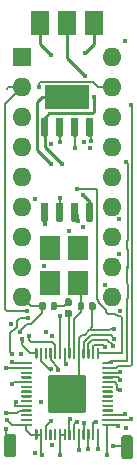
<source format=gbr>
G04 #@! TF.GenerationSoftware,KiCad,Pcbnew,5.1.5+dfsg1-2build2*
G04 #@! TF.CreationDate,2023-02-08T21:01:38+00:00*
G04 #@! TF.ProjectId,video-ram-replacement,76696465-6f2d-4726-916d-2d7265706c61,rev?*
G04 #@! TF.SameCoordinates,Original*
G04 #@! TF.FileFunction,Copper,L1,Top*
G04 #@! TF.FilePolarity,Positive*
%FSLAX46Y46*%
G04 Gerber Fmt 4.6, Leading zero omitted, Abs format (unit mm)*
G04 Created by KiCad (PCBNEW 5.1.5+dfsg1-2build2) date 2023-02-08 21:01:38*
%MOMM*%
%LPD*%
G04 APERTURE LIST*
%ADD10C,0.150000*%
%ADD11O,1.600000X1.600000*%
%ADD12R,1.600000X1.600000*%
%ADD13R,1.500000X2.000000*%
%ADD14R,3.800000X2.000000*%
%ADD15R,1.800000X2.100000*%
%ADD16C,0.400000*%
%ADD17C,0.250000*%
%ADD18C,0.200000*%
G04 APERTURE END LIST*
G04 #@! TA.AperFunction,SMDPad,CuDef*
D10*
G36*
X178836504Y-158640204D02*
G01*
X178860773Y-158643804D01*
X178884571Y-158649765D01*
X178907671Y-158658030D01*
X178929849Y-158668520D01*
X178950893Y-158681133D01*
X178970598Y-158695747D01*
X178988777Y-158712223D01*
X179005253Y-158730402D01*
X179019867Y-158750107D01*
X179032480Y-158771151D01*
X179042970Y-158793329D01*
X179051235Y-158816429D01*
X179057196Y-158840227D01*
X179060796Y-158864496D01*
X179062000Y-158889000D01*
X179062000Y-160389000D01*
X179060796Y-160413504D01*
X179057196Y-160437773D01*
X179051235Y-160461571D01*
X179042970Y-160484671D01*
X179032480Y-160506849D01*
X179019867Y-160527893D01*
X179005253Y-160547598D01*
X178988777Y-160565777D01*
X178970598Y-160582253D01*
X178950893Y-160596867D01*
X178929849Y-160609480D01*
X178907671Y-160619970D01*
X178884571Y-160628235D01*
X178860773Y-160634196D01*
X178836504Y-160637796D01*
X178812000Y-160639000D01*
X178312000Y-160639000D01*
X178287496Y-160637796D01*
X178263227Y-160634196D01*
X178239429Y-160628235D01*
X178216329Y-160619970D01*
X178194151Y-160609480D01*
X178173107Y-160596867D01*
X178153402Y-160582253D01*
X178135223Y-160565777D01*
X178118747Y-160547598D01*
X178104133Y-160527893D01*
X178091520Y-160506849D01*
X178081030Y-160484671D01*
X178072765Y-160461571D01*
X178066804Y-160437773D01*
X178063204Y-160413504D01*
X178062000Y-160389000D01*
X178062000Y-158889000D01*
X178063204Y-158864496D01*
X178066804Y-158840227D01*
X178072765Y-158816429D01*
X178081030Y-158793329D01*
X178091520Y-158771151D01*
X178104133Y-158750107D01*
X178118747Y-158730402D01*
X178135223Y-158712223D01*
X178153402Y-158695747D01*
X178173107Y-158681133D01*
X178194151Y-158668520D01*
X178216329Y-158658030D01*
X178239429Y-158649765D01*
X178263227Y-158643804D01*
X178287496Y-158640204D01*
X178312000Y-158639000D01*
X178812000Y-158639000D01*
X178836504Y-158640204D01*
G37*
G04 #@! TD.AperFunction*
G04 #@! TA.AperFunction,SMDPad,CuDef*
G36*
X188742504Y-158767204D02*
G01*
X188766773Y-158770804D01*
X188790571Y-158776765D01*
X188813671Y-158785030D01*
X188835849Y-158795520D01*
X188856893Y-158808133D01*
X188876598Y-158822747D01*
X188894777Y-158839223D01*
X188911253Y-158857402D01*
X188925867Y-158877107D01*
X188938480Y-158898151D01*
X188948970Y-158920329D01*
X188957235Y-158943429D01*
X188963196Y-158967227D01*
X188966796Y-158991496D01*
X188968000Y-159016000D01*
X188968000Y-160516000D01*
X188966796Y-160540504D01*
X188963196Y-160564773D01*
X188957235Y-160588571D01*
X188948970Y-160611671D01*
X188938480Y-160633849D01*
X188925867Y-160654893D01*
X188911253Y-160674598D01*
X188894777Y-160692777D01*
X188876598Y-160709253D01*
X188856893Y-160723867D01*
X188835849Y-160736480D01*
X188813671Y-160746970D01*
X188790571Y-160755235D01*
X188766773Y-160761196D01*
X188742504Y-160764796D01*
X188718000Y-160766000D01*
X188218000Y-160766000D01*
X188193496Y-160764796D01*
X188169227Y-160761196D01*
X188145429Y-160755235D01*
X188122329Y-160746970D01*
X188100151Y-160736480D01*
X188079107Y-160723867D01*
X188059402Y-160709253D01*
X188041223Y-160692777D01*
X188024747Y-160674598D01*
X188010133Y-160654893D01*
X187997520Y-160633849D01*
X187987030Y-160611671D01*
X187978765Y-160588571D01*
X187972804Y-160564773D01*
X187969204Y-160540504D01*
X187968000Y-160516000D01*
X187968000Y-159016000D01*
X187969204Y-158991496D01*
X187972804Y-158967227D01*
X187978765Y-158943429D01*
X187987030Y-158920329D01*
X187997520Y-158898151D01*
X188010133Y-158877107D01*
X188024747Y-158857402D01*
X188041223Y-158839223D01*
X188059402Y-158822747D01*
X188079107Y-158808133D01*
X188100151Y-158795520D01*
X188122329Y-158785030D01*
X188145429Y-158776765D01*
X188169227Y-158770804D01*
X188193496Y-158767204D01*
X188218000Y-158766000D01*
X188718000Y-158766000D01*
X188742504Y-158767204D01*
G37*
G04 #@! TD.AperFunction*
D11*
X187176000Y-126732000D03*
X179556000Y-147052000D03*
X187176000Y-129272000D03*
X179556000Y-144512000D03*
X187176000Y-131812000D03*
X179556000Y-141972000D03*
X187176000Y-134352000D03*
X179556000Y-139432000D03*
X187176000Y-136892000D03*
X179556000Y-136892000D03*
X187176000Y-139432000D03*
X179556000Y-134352000D03*
X187176000Y-141972000D03*
X179556000Y-131812000D03*
X187176000Y-144512000D03*
X179556000Y-129272000D03*
X187176000Y-147052000D03*
D12*
X179556000Y-126732000D03*
D13*
X185688000Y-123850000D03*
X181088000Y-123850000D03*
X183388000Y-123850000D03*
D14*
X183388000Y-130150000D03*
G04 #@! TA.AperFunction,SMDPad,CuDef*
D10*
G36*
X185457703Y-139071722D02*
G01*
X185472264Y-139073882D01*
X185486543Y-139077459D01*
X185500403Y-139082418D01*
X185513710Y-139088712D01*
X185526336Y-139096280D01*
X185538159Y-139105048D01*
X185549066Y-139114934D01*
X185558952Y-139125841D01*
X185567720Y-139137664D01*
X185575288Y-139150290D01*
X185581582Y-139163597D01*
X185586541Y-139177457D01*
X185590118Y-139191736D01*
X185592278Y-139206297D01*
X185593000Y-139221000D01*
X185593000Y-140521000D01*
X185592278Y-140535703D01*
X185590118Y-140550264D01*
X185586541Y-140564543D01*
X185581582Y-140578403D01*
X185575288Y-140591710D01*
X185567720Y-140604336D01*
X185558952Y-140616159D01*
X185549066Y-140627066D01*
X185538159Y-140636952D01*
X185526336Y-140645720D01*
X185513710Y-140653288D01*
X185500403Y-140659582D01*
X185486543Y-140664541D01*
X185472264Y-140668118D01*
X185457703Y-140670278D01*
X185443000Y-140671000D01*
X185143000Y-140671000D01*
X185128297Y-140670278D01*
X185113736Y-140668118D01*
X185099457Y-140664541D01*
X185085597Y-140659582D01*
X185072290Y-140653288D01*
X185059664Y-140645720D01*
X185047841Y-140636952D01*
X185036934Y-140627066D01*
X185027048Y-140616159D01*
X185018280Y-140604336D01*
X185010712Y-140591710D01*
X185004418Y-140578403D01*
X184999459Y-140564543D01*
X184995882Y-140550264D01*
X184993722Y-140535703D01*
X184993000Y-140521000D01*
X184993000Y-139221000D01*
X184993722Y-139206297D01*
X184995882Y-139191736D01*
X184999459Y-139177457D01*
X185004418Y-139163597D01*
X185010712Y-139150290D01*
X185018280Y-139137664D01*
X185027048Y-139125841D01*
X185036934Y-139114934D01*
X185047841Y-139105048D01*
X185059664Y-139096280D01*
X185072290Y-139088712D01*
X185085597Y-139082418D01*
X185099457Y-139077459D01*
X185113736Y-139073882D01*
X185128297Y-139071722D01*
X185143000Y-139071000D01*
X185443000Y-139071000D01*
X185457703Y-139071722D01*
G37*
G04 #@! TD.AperFunction*
G04 #@! TA.AperFunction,SMDPad,CuDef*
G36*
X184187703Y-139071722D02*
G01*
X184202264Y-139073882D01*
X184216543Y-139077459D01*
X184230403Y-139082418D01*
X184243710Y-139088712D01*
X184256336Y-139096280D01*
X184268159Y-139105048D01*
X184279066Y-139114934D01*
X184288952Y-139125841D01*
X184297720Y-139137664D01*
X184305288Y-139150290D01*
X184311582Y-139163597D01*
X184316541Y-139177457D01*
X184320118Y-139191736D01*
X184322278Y-139206297D01*
X184323000Y-139221000D01*
X184323000Y-140521000D01*
X184322278Y-140535703D01*
X184320118Y-140550264D01*
X184316541Y-140564543D01*
X184311582Y-140578403D01*
X184305288Y-140591710D01*
X184297720Y-140604336D01*
X184288952Y-140616159D01*
X184279066Y-140627066D01*
X184268159Y-140636952D01*
X184256336Y-140645720D01*
X184243710Y-140653288D01*
X184230403Y-140659582D01*
X184216543Y-140664541D01*
X184202264Y-140668118D01*
X184187703Y-140670278D01*
X184173000Y-140671000D01*
X183873000Y-140671000D01*
X183858297Y-140670278D01*
X183843736Y-140668118D01*
X183829457Y-140664541D01*
X183815597Y-140659582D01*
X183802290Y-140653288D01*
X183789664Y-140645720D01*
X183777841Y-140636952D01*
X183766934Y-140627066D01*
X183757048Y-140616159D01*
X183748280Y-140604336D01*
X183740712Y-140591710D01*
X183734418Y-140578403D01*
X183729459Y-140564543D01*
X183725882Y-140550264D01*
X183723722Y-140535703D01*
X183723000Y-140521000D01*
X183723000Y-139221000D01*
X183723722Y-139206297D01*
X183725882Y-139191736D01*
X183729459Y-139177457D01*
X183734418Y-139163597D01*
X183740712Y-139150290D01*
X183748280Y-139137664D01*
X183757048Y-139125841D01*
X183766934Y-139114934D01*
X183777841Y-139105048D01*
X183789664Y-139096280D01*
X183802290Y-139088712D01*
X183815597Y-139082418D01*
X183829457Y-139077459D01*
X183843736Y-139073882D01*
X183858297Y-139071722D01*
X183873000Y-139071000D01*
X184173000Y-139071000D01*
X184187703Y-139071722D01*
G37*
G04 #@! TD.AperFunction*
G04 #@! TA.AperFunction,SMDPad,CuDef*
G36*
X182917703Y-139071722D02*
G01*
X182932264Y-139073882D01*
X182946543Y-139077459D01*
X182960403Y-139082418D01*
X182973710Y-139088712D01*
X182986336Y-139096280D01*
X182998159Y-139105048D01*
X183009066Y-139114934D01*
X183018952Y-139125841D01*
X183027720Y-139137664D01*
X183035288Y-139150290D01*
X183041582Y-139163597D01*
X183046541Y-139177457D01*
X183050118Y-139191736D01*
X183052278Y-139206297D01*
X183053000Y-139221000D01*
X183053000Y-140521000D01*
X183052278Y-140535703D01*
X183050118Y-140550264D01*
X183046541Y-140564543D01*
X183041582Y-140578403D01*
X183035288Y-140591710D01*
X183027720Y-140604336D01*
X183018952Y-140616159D01*
X183009066Y-140627066D01*
X182998159Y-140636952D01*
X182986336Y-140645720D01*
X182973710Y-140653288D01*
X182960403Y-140659582D01*
X182946543Y-140664541D01*
X182932264Y-140668118D01*
X182917703Y-140670278D01*
X182903000Y-140671000D01*
X182603000Y-140671000D01*
X182588297Y-140670278D01*
X182573736Y-140668118D01*
X182559457Y-140664541D01*
X182545597Y-140659582D01*
X182532290Y-140653288D01*
X182519664Y-140645720D01*
X182507841Y-140636952D01*
X182496934Y-140627066D01*
X182487048Y-140616159D01*
X182478280Y-140604336D01*
X182470712Y-140591710D01*
X182464418Y-140578403D01*
X182459459Y-140564543D01*
X182455882Y-140550264D01*
X182453722Y-140535703D01*
X182453000Y-140521000D01*
X182453000Y-139221000D01*
X182453722Y-139206297D01*
X182455882Y-139191736D01*
X182459459Y-139177457D01*
X182464418Y-139163597D01*
X182470712Y-139150290D01*
X182478280Y-139137664D01*
X182487048Y-139125841D01*
X182496934Y-139114934D01*
X182507841Y-139105048D01*
X182519664Y-139096280D01*
X182532290Y-139088712D01*
X182545597Y-139082418D01*
X182559457Y-139077459D01*
X182573736Y-139073882D01*
X182588297Y-139071722D01*
X182603000Y-139071000D01*
X182903000Y-139071000D01*
X182917703Y-139071722D01*
G37*
G04 #@! TD.AperFunction*
G04 #@! TA.AperFunction,SMDPad,CuDef*
G36*
X181647703Y-139071722D02*
G01*
X181662264Y-139073882D01*
X181676543Y-139077459D01*
X181690403Y-139082418D01*
X181703710Y-139088712D01*
X181716336Y-139096280D01*
X181728159Y-139105048D01*
X181739066Y-139114934D01*
X181748952Y-139125841D01*
X181757720Y-139137664D01*
X181765288Y-139150290D01*
X181771582Y-139163597D01*
X181776541Y-139177457D01*
X181780118Y-139191736D01*
X181782278Y-139206297D01*
X181783000Y-139221000D01*
X181783000Y-140521000D01*
X181782278Y-140535703D01*
X181780118Y-140550264D01*
X181776541Y-140564543D01*
X181771582Y-140578403D01*
X181765288Y-140591710D01*
X181757720Y-140604336D01*
X181748952Y-140616159D01*
X181739066Y-140627066D01*
X181728159Y-140636952D01*
X181716336Y-140645720D01*
X181703710Y-140653288D01*
X181690403Y-140659582D01*
X181676543Y-140664541D01*
X181662264Y-140668118D01*
X181647703Y-140670278D01*
X181633000Y-140671000D01*
X181333000Y-140671000D01*
X181318297Y-140670278D01*
X181303736Y-140668118D01*
X181289457Y-140664541D01*
X181275597Y-140659582D01*
X181262290Y-140653288D01*
X181249664Y-140645720D01*
X181237841Y-140636952D01*
X181226934Y-140627066D01*
X181217048Y-140616159D01*
X181208280Y-140604336D01*
X181200712Y-140591710D01*
X181194418Y-140578403D01*
X181189459Y-140564543D01*
X181185882Y-140550264D01*
X181183722Y-140535703D01*
X181183000Y-140521000D01*
X181183000Y-139221000D01*
X181183722Y-139206297D01*
X181185882Y-139191736D01*
X181189459Y-139177457D01*
X181194418Y-139163597D01*
X181200712Y-139150290D01*
X181208280Y-139137664D01*
X181217048Y-139125841D01*
X181226934Y-139114934D01*
X181237841Y-139105048D01*
X181249664Y-139096280D01*
X181262290Y-139088712D01*
X181275597Y-139082418D01*
X181289457Y-139077459D01*
X181303736Y-139073882D01*
X181318297Y-139071722D01*
X181333000Y-139071000D01*
X181633000Y-139071000D01*
X181647703Y-139071722D01*
G37*
G04 #@! TD.AperFunction*
G04 #@! TA.AperFunction,SMDPad,CuDef*
G36*
X181647703Y-131871722D02*
G01*
X181662264Y-131873882D01*
X181676543Y-131877459D01*
X181690403Y-131882418D01*
X181703710Y-131888712D01*
X181716336Y-131896280D01*
X181728159Y-131905048D01*
X181739066Y-131914934D01*
X181748952Y-131925841D01*
X181757720Y-131937664D01*
X181765288Y-131950290D01*
X181771582Y-131963597D01*
X181776541Y-131977457D01*
X181780118Y-131991736D01*
X181782278Y-132006297D01*
X181783000Y-132021000D01*
X181783000Y-133321000D01*
X181782278Y-133335703D01*
X181780118Y-133350264D01*
X181776541Y-133364543D01*
X181771582Y-133378403D01*
X181765288Y-133391710D01*
X181757720Y-133404336D01*
X181748952Y-133416159D01*
X181739066Y-133427066D01*
X181728159Y-133436952D01*
X181716336Y-133445720D01*
X181703710Y-133453288D01*
X181690403Y-133459582D01*
X181676543Y-133464541D01*
X181662264Y-133468118D01*
X181647703Y-133470278D01*
X181633000Y-133471000D01*
X181333000Y-133471000D01*
X181318297Y-133470278D01*
X181303736Y-133468118D01*
X181289457Y-133464541D01*
X181275597Y-133459582D01*
X181262290Y-133453288D01*
X181249664Y-133445720D01*
X181237841Y-133436952D01*
X181226934Y-133427066D01*
X181217048Y-133416159D01*
X181208280Y-133404336D01*
X181200712Y-133391710D01*
X181194418Y-133378403D01*
X181189459Y-133364543D01*
X181185882Y-133350264D01*
X181183722Y-133335703D01*
X181183000Y-133321000D01*
X181183000Y-132021000D01*
X181183722Y-132006297D01*
X181185882Y-131991736D01*
X181189459Y-131977457D01*
X181194418Y-131963597D01*
X181200712Y-131950290D01*
X181208280Y-131937664D01*
X181217048Y-131925841D01*
X181226934Y-131914934D01*
X181237841Y-131905048D01*
X181249664Y-131896280D01*
X181262290Y-131888712D01*
X181275597Y-131882418D01*
X181289457Y-131877459D01*
X181303736Y-131873882D01*
X181318297Y-131871722D01*
X181333000Y-131871000D01*
X181633000Y-131871000D01*
X181647703Y-131871722D01*
G37*
G04 #@! TD.AperFunction*
G04 #@! TA.AperFunction,SMDPad,CuDef*
G36*
X182917703Y-131871722D02*
G01*
X182932264Y-131873882D01*
X182946543Y-131877459D01*
X182960403Y-131882418D01*
X182973710Y-131888712D01*
X182986336Y-131896280D01*
X182998159Y-131905048D01*
X183009066Y-131914934D01*
X183018952Y-131925841D01*
X183027720Y-131937664D01*
X183035288Y-131950290D01*
X183041582Y-131963597D01*
X183046541Y-131977457D01*
X183050118Y-131991736D01*
X183052278Y-132006297D01*
X183053000Y-132021000D01*
X183053000Y-133321000D01*
X183052278Y-133335703D01*
X183050118Y-133350264D01*
X183046541Y-133364543D01*
X183041582Y-133378403D01*
X183035288Y-133391710D01*
X183027720Y-133404336D01*
X183018952Y-133416159D01*
X183009066Y-133427066D01*
X182998159Y-133436952D01*
X182986336Y-133445720D01*
X182973710Y-133453288D01*
X182960403Y-133459582D01*
X182946543Y-133464541D01*
X182932264Y-133468118D01*
X182917703Y-133470278D01*
X182903000Y-133471000D01*
X182603000Y-133471000D01*
X182588297Y-133470278D01*
X182573736Y-133468118D01*
X182559457Y-133464541D01*
X182545597Y-133459582D01*
X182532290Y-133453288D01*
X182519664Y-133445720D01*
X182507841Y-133436952D01*
X182496934Y-133427066D01*
X182487048Y-133416159D01*
X182478280Y-133404336D01*
X182470712Y-133391710D01*
X182464418Y-133378403D01*
X182459459Y-133364543D01*
X182455882Y-133350264D01*
X182453722Y-133335703D01*
X182453000Y-133321000D01*
X182453000Y-132021000D01*
X182453722Y-132006297D01*
X182455882Y-131991736D01*
X182459459Y-131977457D01*
X182464418Y-131963597D01*
X182470712Y-131950290D01*
X182478280Y-131937664D01*
X182487048Y-131925841D01*
X182496934Y-131914934D01*
X182507841Y-131905048D01*
X182519664Y-131896280D01*
X182532290Y-131888712D01*
X182545597Y-131882418D01*
X182559457Y-131877459D01*
X182573736Y-131873882D01*
X182588297Y-131871722D01*
X182603000Y-131871000D01*
X182903000Y-131871000D01*
X182917703Y-131871722D01*
G37*
G04 #@! TD.AperFunction*
G04 #@! TA.AperFunction,SMDPad,CuDef*
G36*
X184187703Y-131871722D02*
G01*
X184202264Y-131873882D01*
X184216543Y-131877459D01*
X184230403Y-131882418D01*
X184243710Y-131888712D01*
X184256336Y-131896280D01*
X184268159Y-131905048D01*
X184279066Y-131914934D01*
X184288952Y-131925841D01*
X184297720Y-131937664D01*
X184305288Y-131950290D01*
X184311582Y-131963597D01*
X184316541Y-131977457D01*
X184320118Y-131991736D01*
X184322278Y-132006297D01*
X184323000Y-132021000D01*
X184323000Y-133321000D01*
X184322278Y-133335703D01*
X184320118Y-133350264D01*
X184316541Y-133364543D01*
X184311582Y-133378403D01*
X184305288Y-133391710D01*
X184297720Y-133404336D01*
X184288952Y-133416159D01*
X184279066Y-133427066D01*
X184268159Y-133436952D01*
X184256336Y-133445720D01*
X184243710Y-133453288D01*
X184230403Y-133459582D01*
X184216543Y-133464541D01*
X184202264Y-133468118D01*
X184187703Y-133470278D01*
X184173000Y-133471000D01*
X183873000Y-133471000D01*
X183858297Y-133470278D01*
X183843736Y-133468118D01*
X183829457Y-133464541D01*
X183815597Y-133459582D01*
X183802290Y-133453288D01*
X183789664Y-133445720D01*
X183777841Y-133436952D01*
X183766934Y-133427066D01*
X183757048Y-133416159D01*
X183748280Y-133404336D01*
X183740712Y-133391710D01*
X183734418Y-133378403D01*
X183729459Y-133364543D01*
X183725882Y-133350264D01*
X183723722Y-133335703D01*
X183723000Y-133321000D01*
X183723000Y-132021000D01*
X183723722Y-132006297D01*
X183725882Y-131991736D01*
X183729459Y-131977457D01*
X183734418Y-131963597D01*
X183740712Y-131950290D01*
X183748280Y-131937664D01*
X183757048Y-131925841D01*
X183766934Y-131914934D01*
X183777841Y-131905048D01*
X183789664Y-131896280D01*
X183802290Y-131888712D01*
X183815597Y-131882418D01*
X183829457Y-131877459D01*
X183843736Y-131873882D01*
X183858297Y-131871722D01*
X183873000Y-131871000D01*
X184173000Y-131871000D01*
X184187703Y-131871722D01*
G37*
G04 #@! TD.AperFunction*
G04 #@! TA.AperFunction,SMDPad,CuDef*
G36*
X185457703Y-131871722D02*
G01*
X185472264Y-131873882D01*
X185486543Y-131877459D01*
X185500403Y-131882418D01*
X185513710Y-131888712D01*
X185526336Y-131896280D01*
X185538159Y-131905048D01*
X185549066Y-131914934D01*
X185558952Y-131925841D01*
X185567720Y-131937664D01*
X185575288Y-131950290D01*
X185581582Y-131963597D01*
X185586541Y-131977457D01*
X185590118Y-131991736D01*
X185592278Y-132006297D01*
X185593000Y-132021000D01*
X185593000Y-133321000D01*
X185592278Y-133335703D01*
X185590118Y-133350264D01*
X185586541Y-133364543D01*
X185581582Y-133378403D01*
X185575288Y-133391710D01*
X185567720Y-133404336D01*
X185558952Y-133416159D01*
X185549066Y-133427066D01*
X185538159Y-133436952D01*
X185526336Y-133445720D01*
X185513710Y-133453288D01*
X185500403Y-133459582D01*
X185486543Y-133464541D01*
X185472264Y-133468118D01*
X185457703Y-133470278D01*
X185443000Y-133471000D01*
X185143000Y-133471000D01*
X185128297Y-133470278D01*
X185113736Y-133468118D01*
X185099457Y-133464541D01*
X185085597Y-133459582D01*
X185072290Y-133453288D01*
X185059664Y-133445720D01*
X185047841Y-133436952D01*
X185036934Y-133427066D01*
X185027048Y-133416159D01*
X185018280Y-133404336D01*
X185010712Y-133391710D01*
X185004418Y-133378403D01*
X184999459Y-133364543D01*
X184995882Y-133350264D01*
X184993722Y-133335703D01*
X184993000Y-133321000D01*
X184993000Y-132021000D01*
X184993722Y-132006297D01*
X184995882Y-131991736D01*
X184999459Y-131977457D01*
X185004418Y-131963597D01*
X185010712Y-131950290D01*
X185018280Y-131937664D01*
X185027048Y-131925841D01*
X185036934Y-131914934D01*
X185047841Y-131905048D01*
X185059664Y-131896280D01*
X185072290Y-131888712D01*
X185085597Y-131882418D01*
X185099457Y-131877459D01*
X185113736Y-131873882D01*
X185128297Y-131871722D01*
X185143000Y-131871000D01*
X185443000Y-131871000D01*
X185457703Y-131871722D01*
G37*
G04 #@! TD.AperFunction*
G04 #@! TA.AperFunction,SMDPad,CuDef*
G36*
X184858114Y-153670893D02*
G01*
X184872093Y-153672967D01*
X184885801Y-153676401D01*
X184899106Y-153681161D01*
X184911881Y-153687203D01*
X184924002Y-153694468D01*
X184935353Y-153702886D01*
X184945823Y-153712377D01*
X184955314Y-153722847D01*
X184963732Y-153734198D01*
X184970997Y-153746319D01*
X184977039Y-153759094D01*
X184981799Y-153772399D01*
X184985233Y-153786107D01*
X184987307Y-153800086D01*
X184988000Y-153814200D01*
X184988000Y-156726200D01*
X184987307Y-156740314D01*
X184985233Y-156754293D01*
X184981799Y-156768001D01*
X184977039Y-156781306D01*
X184970997Y-156794081D01*
X184963732Y-156806202D01*
X184955314Y-156817553D01*
X184945823Y-156828023D01*
X184935353Y-156837514D01*
X184924002Y-156845932D01*
X184911881Y-156853197D01*
X184899106Y-156859239D01*
X184885801Y-156863999D01*
X184872093Y-156867433D01*
X184858114Y-156869507D01*
X184844000Y-156870200D01*
X181932000Y-156870200D01*
X181917886Y-156869507D01*
X181903907Y-156867433D01*
X181890199Y-156863999D01*
X181876894Y-156859239D01*
X181864119Y-156853197D01*
X181851998Y-156845932D01*
X181840647Y-156837514D01*
X181830177Y-156828023D01*
X181820686Y-156817553D01*
X181812268Y-156806202D01*
X181805003Y-156794081D01*
X181798961Y-156781306D01*
X181794201Y-156768001D01*
X181790767Y-156754293D01*
X181788693Y-156740314D01*
X181788000Y-156726200D01*
X181788000Y-153814200D01*
X181788693Y-153800086D01*
X181790767Y-153786107D01*
X181794201Y-153772399D01*
X181798961Y-153759094D01*
X181805003Y-153746319D01*
X181812268Y-153734198D01*
X181820686Y-153722847D01*
X181830177Y-153712377D01*
X181840647Y-153702886D01*
X181851998Y-153694468D01*
X181864119Y-153687203D01*
X181876894Y-153681161D01*
X181890199Y-153676401D01*
X181903907Y-153672967D01*
X181917886Y-153670893D01*
X181932000Y-153670200D01*
X184844000Y-153670200D01*
X184858114Y-153670893D01*
G37*
G04 #@! TD.AperFunction*
G04 #@! TA.AperFunction,SMDPad,CuDef*
G36*
X187217901Y-157770441D02*
G01*
X187222755Y-157771161D01*
X187227514Y-157772353D01*
X187232134Y-157774006D01*
X187236570Y-157776104D01*
X187240779Y-157778627D01*
X187244720Y-157781549D01*
X187248355Y-157784845D01*
X187251651Y-157788480D01*
X187254573Y-157792421D01*
X187257096Y-157796630D01*
X187259194Y-157801066D01*
X187260847Y-157805686D01*
X187262039Y-157810445D01*
X187262759Y-157815299D01*
X187263000Y-157820200D01*
X187263000Y-157920200D01*
X187262759Y-157925101D01*
X187262039Y-157929955D01*
X187260847Y-157934714D01*
X187259194Y-157939334D01*
X187257096Y-157943770D01*
X187254573Y-157947979D01*
X187251651Y-157951920D01*
X187248355Y-157955555D01*
X187244720Y-157958851D01*
X187240779Y-157961773D01*
X187236570Y-157964296D01*
X187232134Y-157966394D01*
X187227514Y-157968047D01*
X187222755Y-157969239D01*
X187217901Y-157969959D01*
X187213000Y-157970200D01*
X186438000Y-157970200D01*
X186433099Y-157969959D01*
X186428245Y-157969239D01*
X186423486Y-157968047D01*
X186418866Y-157966394D01*
X186414430Y-157964296D01*
X186410221Y-157961773D01*
X186406280Y-157958851D01*
X186402645Y-157955555D01*
X186399349Y-157951920D01*
X186396427Y-157947979D01*
X186393904Y-157943770D01*
X186391806Y-157939334D01*
X186390153Y-157934714D01*
X186388961Y-157929955D01*
X186388241Y-157925101D01*
X186388000Y-157920200D01*
X186388000Y-157820200D01*
X186388241Y-157815299D01*
X186388961Y-157810445D01*
X186390153Y-157805686D01*
X186391806Y-157801066D01*
X186393904Y-157796630D01*
X186396427Y-157792421D01*
X186399349Y-157788480D01*
X186402645Y-157784845D01*
X186406280Y-157781549D01*
X186410221Y-157778627D01*
X186414430Y-157776104D01*
X186418866Y-157774006D01*
X186423486Y-157772353D01*
X186428245Y-157771161D01*
X186433099Y-157770441D01*
X186438000Y-157770200D01*
X187213000Y-157770200D01*
X187217901Y-157770441D01*
G37*
G04 #@! TD.AperFunction*
G04 #@! TA.AperFunction,SMDPad,CuDef*
G36*
X187217901Y-157370441D02*
G01*
X187222755Y-157371161D01*
X187227514Y-157372353D01*
X187232134Y-157374006D01*
X187236570Y-157376104D01*
X187240779Y-157378627D01*
X187244720Y-157381549D01*
X187248355Y-157384845D01*
X187251651Y-157388480D01*
X187254573Y-157392421D01*
X187257096Y-157396630D01*
X187259194Y-157401066D01*
X187260847Y-157405686D01*
X187262039Y-157410445D01*
X187262759Y-157415299D01*
X187263000Y-157420200D01*
X187263000Y-157520200D01*
X187262759Y-157525101D01*
X187262039Y-157529955D01*
X187260847Y-157534714D01*
X187259194Y-157539334D01*
X187257096Y-157543770D01*
X187254573Y-157547979D01*
X187251651Y-157551920D01*
X187248355Y-157555555D01*
X187244720Y-157558851D01*
X187240779Y-157561773D01*
X187236570Y-157564296D01*
X187232134Y-157566394D01*
X187227514Y-157568047D01*
X187222755Y-157569239D01*
X187217901Y-157569959D01*
X187213000Y-157570200D01*
X186438000Y-157570200D01*
X186433099Y-157569959D01*
X186428245Y-157569239D01*
X186423486Y-157568047D01*
X186418866Y-157566394D01*
X186414430Y-157564296D01*
X186410221Y-157561773D01*
X186406280Y-157558851D01*
X186402645Y-157555555D01*
X186399349Y-157551920D01*
X186396427Y-157547979D01*
X186393904Y-157543770D01*
X186391806Y-157539334D01*
X186390153Y-157534714D01*
X186388961Y-157529955D01*
X186388241Y-157525101D01*
X186388000Y-157520200D01*
X186388000Y-157420200D01*
X186388241Y-157415299D01*
X186388961Y-157410445D01*
X186390153Y-157405686D01*
X186391806Y-157401066D01*
X186393904Y-157396630D01*
X186396427Y-157392421D01*
X186399349Y-157388480D01*
X186402645Y-157384845D01*
X186406280Y-157381549D01*
X186410221Y-157378627D01*
X186414430Y-157376104D01*
X186418866Y-157374006D01*
X186423486Y-157372353D01*
X186428245Y-157371161D01*
X186433099Y-157370441D01*
X186438000Y-157370200D01*
X187213000Y-157370200D01*
X187217901Y-157370441D01*
G37*
G04 #@! TD.AperFunction*
G04 #@! TA.AperFunction,SMDPad,CuDef*
G36*
X187217901Y-156970441D02*
G01*
X187222755Y-156971161D01*
X187227514Y-156972353D01*
X187232134Y-156974006D01*
X187236570Y-156976104D01*
X187240779Y-156978627D01*
X187244720Y-156981549D01*
X187248355Y-156984845D01*
X187251651Y-156988480D01*
X187254573Y-156992421D01*
X187257096Y-156996630D01*
X187259194Y-157001066D01*
X187260847Y-157005686D01*
X187262039Y-157010445D01*
X187262759Y-157015299D01*
X187263000Y-157020200D01*
X187263000Y-157120200D01*
X187262759Y-157125101D01*
X187262039Y-157129955D01*
X187260847Y-157134714D01*
X187259194Y-157139334D01*
X187257096Y-157143770D01*
X187254573Y-157147979D01*
X187251651Y-157151920D01*
X187248355Y-157155555D01*
X187244720Y-157158851D01*
X187240779Y-157161773D01*
X187236570Y-157164296D01*
X187232134Y-157166394D01*
X187227514Y-157168047D01*
X187222755Y-157169239D01*
X187217901Y-157169959D01*
X187213000Y-157170200D01*
X186438000Y-157170200D01*
X186433099Y-157169959D01*
X186428245Y-157169239D01*
X186423486Y-157168047D01*
X186418866Y-157166394D01*
X186414430Y-157164296D01*
X186410221Y-157161773D01*
X186406280Y-157158851D01*
X186402645Y-157155555D01*
X186399349Y-157151920D01*
X186396427Y-157147979D01*
X186393904Y-157143770D01*
X186391806Y-157139334D01*
X186390153Y-157134714D01*
X186388961Y-157129955D01*
X186388241Y-157125101D01*
X186388000Y-157120200D01*
X186388000Y-157020200D01*
X186388241Y-157015299D01*
X186388961Y-157010445D01*
X186390153Y-157005686D01*
X186391806Y-157001066D01*
X186393904Y-156996630D01*
X186396427Y-156992421D01*
X186399349Y-156988480D01*
X186402645Y-156984845D01*
X186406280Y-156981549D01*
X186410221Y-156978627D01*
X186414430Y-156976104D01*
X186418866Y-156974006D01*
X186423486Y-156972353D01*
X186428245Y-156971161D01*
X186433099Y-156970441D01*
X186438000Y-156970200D01*
X187213000Y-156970200D01*
X187217901Y-156970441D01*
G37*
G04 #@! TD.AperFunction*
G04 #@! TA.AperFunction,SMDPad,CuDef*
G36*
X187217901Y-156570441D02*
G01*
X187222755Y-156571161D01*
X187227514Y-156572353D01*
X187232134Y-156574006D01*
X187236570Y-156576104D01*
X187240779Y-156578627D01*
X187244720Y-156581549D01*
X187248355Y-156584845D01*
X187251651Y-156588480D01*
X187254573Y-156592421D01*
X187257096Y-156596630D01*
X187259194Y-156601066D01*
X187260847Y-156605686D01*
X187262039Y-156610445D01*
X187262759Y-156615299D01*
X187263000Y-156620200D01*
X187263000Y-156720200D01*
X187262759Y-156725101D01*
X187262039Y-156729955D01*
X187260847Y-156734714D01*
X187259194Y-156739334D01*
X187257096Y-156743770D01*
X187254573Y-156747979D01*
X187251651Y-156751920D01*
X187248355Y-156755555D01*
X187244720Y-156758851D01*
X187240779Y-156761773D01*
X187236570Y-156764296D01*
X187232134Y-156766394D01*
X187227514Y-156768047D01*
X187222755Y-156769239D01*
X187217901Y-156769959D01*
X187213000Y-156770200D01*
X186438000Y-156770200D01*
X186433099Y-156769959D01*
X186428245Y-156769239D01*
X186423486Y-156768047D01*
X186418866Y-156766394D01*
X186414430Y-156764296D01*
X186410221Y-156761773D01*
X186406280Y-156758851D01*
X186402645Y-156755555D01*
X186399349Y-156751920D01*
X186396427Y-156747979D01*
X186393904Y-156743770D01*
X186391806Y-156739334D01*
X186390153Y-156734714D01*
X186388961Y-156729955D01*
X186388241Y-156725101D01*
X186388000Y-156720200D01*
X186388000Y-156620200D01*
X186388241Y-156615299D01*
X186388961Y-156610445D01*
X186390153Y-156605686D01*
X186391806Y-156601066D01*
X186393904Y-156596630D01*
X186396427Y-156592421D01*
X186399349Y-156588480D01*
X186402645Y-156584845D01*
X186406280Y-156581549D01*
X186410221Y-156578627D01*
X186414430Y-156576104D01*
X186418866Y-156574006D01*
X186423486Y-156572353D01*
X186428245Y-156571161D01*
X186433099Y-156570441D01*
X186438000Y-156570200D01*
X187213000Y-156570200D01*
X187217901Y-156570441D01*
G37*
G04 #@! TD.AperFunction*
G04 #@! TA.AperFunction,SMDPad,CuDef*
G36*
X187217901Y-156170441D02*
G01*
X187222755Y-156171161D01*
X187227514Y-156172353D01*
X187232134Y-156174006D01*
X187236570Y-156176104D01*
X187240779Y-156178627D01*
X187244720Y-156181549D01*
X187248355Y-156184845D01*
X187251651Y-156188480D01*
X187254573Y-156192421D01*
X187257096Y-156196630D01*
X187259194Y-156201066D01*
X187260847Y-156205686D01*
X187262039Y-156210445D01*
X187262759Y-156215299D01*
X187263000Y-156220200D01*
X187263000Y-156320200D01*
X187262759Y-156325101D01*
X187262039Y-156329955D01*
X187260847Y-156334714D01*
X187259194Y-156339334D01*
X187257096Y-156343770D01*
X187254573Y-156347979D01*
X187251651Y-156351920D01*
X187248355Y-156355555D01*
X187244720Y-156358851D01*
X187240779Y-156361773D01*
X187236570Y-156364296D01*
X187232134Y-156366394D01*
X187227514Y-156368047D01*
X187222755Y-156369239D01*
X187217901Y-156369959D01*
X187213000Y-156370200D01*
X186438000Y-156370200D01*
X186433099Y-156369959D01*
X186428245Y-156369239D01*
X186423486Y-156368047D01*
X186418866Y-156366394D01*
X186414430Y-156364296D01*
X186410221Y-156361773D01*
X186406280Y-156358851D01*
X186402645Y-156355555D01*
X186399349Y-156351920D01*
X186396427Y-156347979D01*
X186393904Y-156343770D01*
X186391806Y-156339334D01*
X186390153Y-156334714D01*
X186388961Y-156329955D01*
X186388241Y-156325101D01*
X186388000Y-156320200D01*
X186388000Y-156220200D01*
X186388241Y-156215299D01*
X186388961Y-156210445D01*
X186390153Y-156205686D01*
X186391806Y-156201066D01*
X186393904Y-156196630D01*
X186396427Y-156192421D01*
X186399349Y-156188480D01*
X186402645Y-156184845D01*
X186406280Y-156181549D01*
X186410221Y-156178627D01*
X186414430Y-156176104D01*
X186418866Y-156174006D01*
X186423486Y-156172353D01*
X186428245Y-156171161D01*
X186433099Y-156170441D01*
X186438000Y-156170200D01*
X187213000Y-156170200D01*
X187217901Y-156170441D01*
G37*
G04 #@! TD.AperFunction*
G04 #@! TA.AperFunction,SMDPad,CuDef*
G36*
X187217901Y-155770441D02*
G01*
X187222755Y-155771161D01*
X187227514Y-155772353D01*
X187232134Y-155774006D01*
X187236570Y-155776104D01*
X187240779Y-155778627D01*
X187244720Y-155781549D01*
X187248355Y-155784845D01*
X187251651Y-155788480D01*
X187254573Y-155792421D01*
X187257096Y-155796630D01*
X187259194Y-155801066D01*
X187260847Y-155805686D01*
X187262039Y-155810445D01*
X187262759Y-155815299D01*
X187263000Y-155820200D01*
X187263000Y-155920200D01*
X187262759Y-155925101D01*
X187262039Y-155929955D01*
X187260847Y-155934714D01*
X187259194Y-155939334D01*
X187257096Y-155943770D01*
X187254573Y-155947979D01*
X187251651Y-155951920D01*
X187248355Y-155955555D01*
X187244720Y-155958851D01*
X187240779Y-155961773D01*
X187236570Y-155964296D01*
X187232134Y-155966394D01*
X187227514Y-155968047D01*
X187222755Y-155969239D01*
X187217901Y-155969959D01*
X187213000Y-155970200D01*
X186438000Y-155970200D01*
X186433099Y-155969959D01*
X186428245Y-155969239D01*
X186423486Y-155968047D01*
X186418866Y-155966394D01*
X186414430Y-155964296D01*
X186410221Y-155961773D01*
X186406280Y-155958851D01*
X186402645Y-155955555D01*
X186399349Y-155951920D01*
X186396427Y-155947979D01*
X186393904Y-155943770D01*
X186391806Y-155939334D01*
X186390153Y-155934714D01*
X186388961Y-155929955D01*
X186388241Y-155925101D01*
X186388000Y-155920200D01*
X186388000Y-155820200D01*
X186388241Y-155815299D01*
X186388961Y-155810445D01*
X186390153Y-155805686D01*
X186391806Y-155801066D01*
X186393904Y-155796630D01*
X186396427Y-155792421D01*
X186399349Y-155788480D01*
X186402645Y-155784845D01*
X186406280Y-155781549D01*
X186410221Y-155778627D01*
X186414430Y-155776104D01*
X186418866Y-155774006D01*
X186423486Y-155772353D01*
X186428245Y-155771161D01*
X186433099Y-155770441D01*
X186438000Y-155770200D01*
X187213000Y-155770200D01*
X187217901Y-155770441D01*
G37*
G04 #@! TD.AperFunction*
G04 #@! TA.AperFunction,SMDPad,CuDef*
G36*
X187217901Y-155370441D02*
G01*
X187222755Y-155371161D01*
X187227514Y-155372353D01*
X187232134Y-155374006D01*
X187236570Y-155376104D01*
X187240779Y-155378627D01*
X187244720Y-155381549D01*
X187248355Y-155384845D01*
X187251651Y-155388480D01*
X187254573Y-155392421D01*
X187257096Y-155396630D01*
X187259194Y-155401066D01*
X187260847Y-155405686D01*
X187262039Y-155410445D01*
X187262759Y-155415299D01*
X187263000Y-155420200D01*
X187263000Y-155520200D01*
X187262759Y-155525101D01*
X187262039Y-155529955D01*
X187260847Y-155534714D01*
X187259194Y-155539334D01*
X187257096Y-155543770D01*
X187254573Y-155547979D01*
X187251651Y-155551920D01*
X187248355Y-155555555D01*
X187244720Y-155558851D01*
X187240779Y-155561773D01*
X187236570Y-155564296D01*
X187232134Y-155566394D01*
X187227514Y-155568047D01*
X187222755Y-155569239D01*
X187217901Y-155569959D01*
X187213000Y-155570200D01*
X186438000Y-155570200D01*
X186433099Y-155569959D01*
X186428245Y-155569239D01*
X186423486Y-155568047D01*
X186418866Y-155566394D01*
X186414430Y-155564296D01*
X186410221Y-155561773D01*
X186406280Y-155558851D01*
X186402645Y-155555555D01*
X186399349Y-155551920D01*
X186396427Y-155547979D01*
X186393904Y-155543770D01*
X186391806Y-155539334D01*
X186390153Y-155534714D01*
X186388961Y-155529955D01*
X186388241Y-155525101D01*
X186388000Y-155520200D01*
X186388000Y-155420200D01*
X186388241Y-155415299D01*
X186388961Y-155410445D01*
X186390153Y-155405686D01*
X186391806Y-155401066D01*
X186393904Y-155396630D01*
X186396427Y-155392421D01*
X186399349Y-155388480D01*
X186402645Y-155384845D01*
X186406280Y-155381549D01*
X186410221Y-155378627D01*
X186414430Y-155376104D01*
X186418866Y-155374006D01*
X186423486Y-155372353D01*
X186428245Y-155371161D01*
X186433099Y-155370441D01*
X186438000Y-155370200D01*
X187213000Y-155370200D01*
X187217901Y-155370441D01*
G37*
G04 #@! TD.AperFunction*
G04 #@! TA.AperFunction,SMDPad,CuDef*
G36*
X187217901Y-154970441D02*
G01*
X187222755Y-154971161D01*
X187227514Y-154972353D01*
X187232134Y-154974006D01*
X187236570Y-154976104D01*
X187240779Y-154978627D01*
X187244720Y-154981549D01*
X187248355Y-154984845D01*
X187251651Y-154988480D01*
X187254573Y-154992421D01*
X187257096Y-154996630D01*
X187259194Y-155001066D01*
X187260847Y-155005686D01*
X187262039Y-155010445D01*
X187262759Y-155015299D01*
X187263000Y-155020200D01*
X187263000Y-155120200D01*
X187262759Y-155125101D01*
X187262039Y-155129955D01*
X187260847Y-155134714D01*
X187259194Y-155139334D01*
X187257096Y-155143770D01*
X187254573Y-155147979D01*
X187251651Y-155151920D01*
X187248355Y-155155555D01*
X187244720Y-155158851D01*
X187240779Y-155161773D01*
X187236570Y-155164296D01*
X187232134Y-155166394D01*
X187227514Y-155168047D01*
X187222755Y-155169239D01*
X187217901Y-155169959D01*
X187213000Y-155170200D01*
X186438000Y-155170200D01*
X186433099Y-155169959D01*
X186428245Y-155169239D01*
X186423486Y-155168047D01*
X186418866Y-155166394D01*
X186414430Y-155164296D01*
X186410221Y-155161773D01*
X186406280Y-155158851D01*
X186402645Y-155155555D01*
X186399349Y-155151920D01*
X186396427Y-155147979D01*
X186393904Y-155143770D01*
X186391806Y-155139334D01*
X186390153Y-155134714D01*
X186388961Y-155129955D01*
X186388241Y-155125101D01*
X186388000Y-155120200D01*
X186388000Y-155020200D01*
X186388241Y-155015299D01*
X186388961Y-155010445D01*
X186390153Y-155005686D01*
X186391806Y-155001066D01*
X186393904Y-154996630D01*
X186396427Y-154992421D01*
X186399349Y-154988480D01*
X186402645Y-154984845D01*
X186406280Y-154981549D01*
X186410221Y-154978627D01*
X186414430Y-154976104D01*
X186418866Y-154974006D01*
X186423486Y-154972353D01*
X186428245Y-154971161D01*
X186433099Y-154970441D01*
X186438000Y-154970200D01*
X187213000Y-154970200D01*
X187217901Y-154970441D01*
G37*
G04 #@! TD.AperFunction*
G04 #@! TA.AperFunction,SMDPad,CuDef*
G36*
X187217901Y-154570441D02*
G01*
X187222755Y-154571161D01*
X187227514Y-154572353D01*
X187232134Y-154574006D01*
X187236570Y-154576104D01*
X187240779Y-154578627D01*
X187244720Y-154581549D01*
X187248355Y-154584845D01*
X187251651Y-154588480D01*
X187254573Y-154592421D01*
X187257096Y-154596630D01*
X187259194Y-154601066D01*
X187260847Y-154605686D01*
X187262039Y-154610445D01*
X187262759Y-154615299D01*
X187263000Y-154620200D01*
X187263000Y-154720200D01*
X187262759Y-154725101D01*
X187262039Y-154729955D01*
X187260847Y-154734714D01*
X187259194Y-154739334D01*
X187257096Y-154743770D01*
X187254573Y-154747979D01*
X187251651Y-154751920D01*
X187248355Y-154755555D01*
X187244720Y-154758851D01*
X187240779Y-154761773D01*
X187236570Y-154764296D01*
X187232134Y-154766394D01*
X187227514Y-154768047D01*
X187222755Y-154769239D01*
X187217901Y-154769959D01*
X187213000Y-154770200D01*
X186438000Y-154770200D01*
X186433099Y-154769959D01*
X186428245Y-154769239D01*
X186423486Y-154768047D01*
X186418866Y-154766394D01*
X186414430Y-154764296D01*
X186410221Y-154761773D01*
X186406280Y-154758851D01*
X186402645Y-154755555D01*
X186399349Y-154751920D01*
X186396427Y-154747979D01*
X186393904Y-154743770D01*
X186391806Y-154739334D01*
X186390153Y-154734714D01*
X186388961Y-154729955D01*
X186388241Y-154725101D01*
X186388000Y-154720200D01*
X186388000Y-154620200D01*
X186388241Y-154615299D01*
X186388961Y-154610445D01*
X186390153Y-154605686D01*
X186391806Y-154601066D01*
X186393904Y-154596630D01*
X186396427Y-154592421D01*
X186399349Y-154588480D01*
X186402645Y-154584845D01*
X186406280Y-154581549D01*
X186410221Y-154578627D01*
X186414430Y-154576104D01*
X186418866Y-154574006D01*
X186423486Y-154572353D01*
X186428245Y-154571161D01*
X186433099Y-154570441D01*
X186438000Y-154570200D01*
X187213000Y-154570200D01*
X187217901Y-154570441D01*
G37*
G04 #@! TD.AperFunction*
G04 #@! TA.AperFunction,SMDPad,CuDef*
G36*
X187217901Y-154170441D02*
G01*
X187222755Y-154171161D01*
X187227514Y-154172353D01*
X187232134Y-154174006D01*
X187236570Y-154176104D01*
X187240779Y-154178627D01*
X187244720Y-154181549D01*
X187248355Y-154184845D01*
X187251651Y-154188480D01*
X187254573Y-154192421D01*
X187257096Y-154196630D01*
X187259194Y-154201066D01*
X187260847Y-154205686D01*
X187262039Y-154210445D01*
X187262759Y-154215299D01*
X187263000Y-154220200D01*
X187263000Y-154320200D01*
X187262759Y-154325101D01*
X187262039Y-154329955D01*
X187260847Y-154334714D01*
X187259194Y-154339334D01*
X187257096Y-154343770D01*
X187254573Y-154347979D01*
X187251651Y-154351920D01*
X187248355Y-154355555D01*
X187244720Y-154358851D01*
X187240779Y-154361773D01*
X187236570Y-154364296D01*
X187232134Y-154366394D01*
X187227514Y-154368047D01*
X187222755Y-154369239D01*
X187217901Y-154369959D01*
X187213000Y-154370200D01*
X186438000Y-154370200D01*
X186433099Y-154369959D01*
X186428245Y-154369239D01*
X186423486Y-154368047D01*
X186418866Y-154366394D01*
X186414430Y-154364296D01*
X186410221Y-154361773D01*
X186406280Y-154358851D01*
X186402645Y-154355555D01*
X186399349Y-154351920D01*
X186396427Y-154347979D01*
X186393904Y-154343770D01*
X186391806Y-154339334D01*
X186390153Y-154334714D01*
X186388961Y-154329955D01*
X186388241Y-154325101D01*
X186388000Y-154320200D01*
X186388000Y-154220200D01*
X186388241Y-154215299D01*
X186388961Y-154210445D01*
X186390153Y-154205686D01*
X186391806Y-154201066D01*
X186393904Y-154196630D01*
X186396427Y-154192421D01*
X186399349Y-154188480D01*
X186402645Y-154184845D01*
X186406280Y-154181549D01*
X186410221Y-154178627D01*
X186414430Y-154176104D01*
X186418866Y-154174006D01*
X186423486Y-154172353D01*
X186428245Y-154171161D01*
X186433099Y-154170441D01*
X186438000Y-154170200D01*
X187213000Y-154170200D01*
X187217901Y-154170441D01*
G37*
G04 #@! TD.AperFunction*
G04 #@! TA.AperFunction,SMDPad,CuDef*
G36*
X187217901Y-153770441D02*
G01*
X187222755Y-153771161D01*
X187227514Y-153772353D01*
X187232134Y-153774006D01*
X187236570Y-153776104D01*
X187240779Y-153778627D01*
X187244720Y-153781549D01*
X187248355Y-153784845D01*
X187251651Y-153788480D01*
X187254573Y-153792421D01*
X187257096Y-153796630D01*
X187259194Y-153801066D01*
X187260847Y-153805686D01*
X187262039Y-153810445D01*
X187262759Y-153815299D01*
X187263000Y-153820200D01*
X187263000Y-153920200D01*
X187262759Y-153925101D01*
X187262039Y-153929955D01*
X187260847Y-153934714D01*
X187259194Y-153939334D01*
X187257096Y-153943770D01*
X187254573Y-153947979D01*
X187251651Y-153951920D01*
X187248355Y-153955555D01*
X187244720Y-153958851D01*
X187240779Y-153961773D01*
X187236570Y-153964296D01*
X187232134Y-153966394D01*
X187227514Y-153968047D01*
X187222755Y-153969239D01*
X187217901Y-153969959D01*
X187213000Y-153970200D01*
X186438000Y-153970200D01*
X186433099Y-153969959D01*
X186428245Y-153969239D01*
X186423486Y-153968047D01*
X186418866Y-153966394D01*
X186414430Y-153964296D01*
X186410221Y-153961773D01*
X186406280Y-153958851D01*
X186402645Y-153955555D01*
X186399349Y-153951920D01*
X186396427Y-153947979D01*
X186393904Y-153943770D01*
X186391806Y-153939334D01*
X186390153Y-153934714D01*
X186388961Y-153929955D01*
X186388241Y-153925101D01*
X186388000Y-153920200D01*
X186388000Y-153820200D01*
X186388241Y-153815299D01*
X186388961Y-153810445D01*
X186390153Y-153805686D01*
X186391806Y-153801066D01*
X186393904Y-153796630D01*
X186396427Y-153792421D01*
X186399349Y-153788480D01*
X186402645Y-153784845D01*
X186406280Y-153781549D01*
X186410221Y-153778627D01*
X186414430Y-153776104D01*
X186418866Y-153774006D01*
X186423486Y-153772353D01*
X186428245Y-153771161D01*
X186433099Y-153770441D01*
X186438000Y-153770200D01*
X187213000Y-153770200D01*
X187217901Y-153770441D01*
G37*
G04 #@! TD.AperFunction*
G04 #@! TA.AperFunction,SMDPad,CuDef*
G36*
X187217901Y-153370441D02*
G01*
X187222755Y-153371161D01*
X187227514Y-153372353D01*
X187232134Y-153374006D01*
X187236570Y-153376104D01*
X187240779Y-153378627D01*
X187244720Y-153381549D01*
X187248355Y-153384845D01*
X187251651Y-153388480D01*
X187254573Y-153392421D01*
X187257096Y-153396630D01*
X187259194Y-153401066D01*
X187260847Y-153405686D01*
X187262039Y-153410445D01*
X187262759Y-153415299D01*
X187263000Y-153420200D01*
X187263000Y-153520200D01*
X187262759Y-153525101D01*
X187262039Y-153529955D01*
X187260847Y-153534714D01*
X187259194Y-153539334D01*
X187257096Y-153543770D01*
X187254573Y-153547979D01*
X187251651Y-153551920D01*
X187248355Y-153555555D01*
X187244720Y-153558851D01*
X187240779Y-153561773D01*
X187236570Y-153564296D01*
X187232134Y-153566394D01*
X187227514Y-153568047D01*
X187222755Y-153569239D01*
X187217901Y-153569959D01*
X187213000Y-153570200D01*
X186438000Y-153570200D01*
X186433099Y-153569959D01*
X186428245Y-153569239D01*
X186423486Y-153568047D01*
X186418866Y-153566394D01*
X186414430Y-153564296D01*
X186410221Y-153561773D01*
X186406280Y-153558851D01*
X186402645Y-153555555D01*
X186399349Y-153551920D01*
X186396427Y-153547979D01*
X186393904Y-153543770D01*
X186391806Y-153539334D01*
X186390153Y-153534714D01*
X186388961Y-153529955D01*
X186388241Y-153525101D01*
X186388000Y-153520200D01*
X186388000Y-153420200D01*
X186388241Y-153415299D01*
X186388961Y-153410445D01*
X186390153Y-153405686D01*
X186391806Y-153401066D01*
X186393904Y-153396630D01*
X186396427Y-153392421D01*
X186399349Y-153388480D01*
X186402645Y-153384845D01*
X186406280Y-153381549D01*
X186410221Y-153378627D01*
X186414430Y-153376104D01*
X186418866Y-153374006D01*
X186423486Y-153372353D01*
X186428245Y-153371161D01*
X186433099Y-153370441D01*
X186438000Y-153370200D01*
X187213000Y-153370200D01*
X187217901Y-153370441D01*
G37*
G04 #@! TD.AperFunction*
G04 #@! TA.AperFunction,SMDPad,CuDef*
G36*
X187217901Y-152970441D02*
G01*
X187222755Y-152971161D01*
X187227514Y-152972353D01*
X187232134Y-152974006D01*
X187236570Y-152976104D01*
X187240779Y-152978627D01*
X187244720Y-152981549D01*
X187248355Y-152984845D01*
X187251651Y-152988480D01*
X187254573Y-152992421D01*
X187257096Y-152996630D01*
X187259194Y-153001066D01*
X187260847Y-153005686D01*
X187262039Y-153010445D01*
X187262759Y-153015299D01*
X187263000Y-153020200D01*
X187263000Y-153120200D01*
X187262759Y-153125101D01*
X187262039Y-153129955D01*
X187260847Y-153134714D01*
X187259194Y-153139334D01*
X187257096Y-153143770D01*
X187254573Y-153147979D01*
X187251651Y-153151920D01*
X187248355Y-153155555D01*
X187244720Y-153158851D01*
X187240779Y-153161773D01*
X187236570Y-153164296D01*
X187232134Y-153166394D01*
X187227514Y-153168047D01*
X187222755Y-153169239D01*
X187217901Y-153169959D01*
X187213000Y-153170200D01*
X186438000Y-153170200D01*
X186433099Y-153169959D01*
X186428245Y-153169239D01*
X186423486Y-153168047D01*
X186418866Y-153166394D01*
X186414430Y-153164296D01*
X186410221Y-153161773D01*
X186406280Y-153158851D01*
X186402645Y-153155555D01*
X186399349Y-153151920D01*
X186396427Y-153147979D01*
X186393904Y-153143770D01*
X186391806Y-153139334D01*
X186390153Y-153134714D01*
X186388961Y-153129955D01*
X186388241Y-153125101D01*
X186388000Y-153120200D01*
X186388000Y-153020200D01*
X186388241Y-153015299D01*
X186388961Y-153010445D01*
X186390153Y-153005686D01*
X186391806Y-153001066D01*
X186393904Y-152996630D01*
X186396427Y-152992421D01*
X186399349Y-152988480D01*
X186402645Y-152984845D01*
X186406280Y-152981549D01*
X186410221Y-152978627D01*
X186414430Y-152976104D01*
X186418866Y-152974006D01*
X186423486Y-152972353D01*
X186428245Y-152971161D01*
X186433099Y-152970441D01*
X186438000Y-152970200D01*
X187213000Y-152970200D01*
X187217901Y-152970441D01*
G37*
G04 #@! TD.AperFunction*
G04 #@! TA.AperFunction,SMDPad,CuDef*
G36*
X187217901Y-152570441D02*
G01*
X187222755Y-152571161D01*
X187227514Y-152572353D01*
X187232134Y-152574006D01*
X187236570Y-152576104D01*
X187240779Y-152578627D01*
X187244720Y-152581549D01*
X187248355Y-152584845D01*
X187251651Y-152588480D01*
X187254573Y-152592421D01*
X187257096Y-152596630D01*
X187259194Y-152601066D01*
X187260847Y-152605686D01*
X187262039Y-152610445D01*
X187262759Y-152615299D01*
X187263000Y-152620200D01*
X187263000Y-152720200D01*
X187262759Y-152725101D01*
X187262039Y-152729955D01*
X187260847Y-152734714D01*
X187259194Y-152739334D01*
X187257096Y-152743770D01*
X187254573Y-152747979D01*
X187251651Y-152751920D01*
X187248355Y-152755555D01*
X187244720Y-152758851D01*
X187240779Y-152761773D01*
X187236570Y-152764296D01*
X187232134Y-152766394D01*
X187227514Y-152768047D01*
X187222755Y-152769239D01*
X187217901Y-152769959D01*
X187213000Y-152770200D01*
X186438000Y-152770200D01*
X186433099Y-152769959D01*
X186428245Y-152769239D01*
X186423486Y-152768047D01*
X186418866Y-152766394D01*
X186414430Y-152764296D01*
X186410221Y-152761773D01*
X186406280Y-152758851D01*
X186402645Y-152755555D01*
X186399349Y-152751920D01*
X186396427Y-152747979D01*
X186393904Y-152743770D01*
X186391806Y-152739334D01*
X186390153Y-152734714D01*
X186388961Y-152729955D01*
X186388241Y-152725101D01*
X186388000Y-152720200D01*
X186388000Y-152620200D01*
X186388241Y-152615299D01*
X186388961Y-152610445D01*
X186390153Y-152605686D01*
X186391806Y-152601066D01*
X186393904Y-152596630D01*
X186396427Y-152592421D01*
X186399349Y-152588480D01*
X186402645Y-152584845D01*
X186406280Y-152581549D01*
X186410221Y-152578627D01*
X186414430Y-152576104D01*
X186418866Y-152574006D01*
X186423486Y-152572353D01*
X186428245Y-152571161D01*
X186433099Y-152570441D01*
X186438000Y-152570200D01*
X187213000Y-152570200D01*
X187217901Y-152570441D01*
G37*
G04 #@! TD.AperFunction*
G04 #@! TA.AperFunction,SMDPad,CuDef*
G36*
X186042901Y-151395441D02*
G01*
X186047755Y-151396161D01*
X186052514Y-151397353D01*
X186057134Y-151399006D01*
X186061570Y-151401104D01*
X186065779Y-151403627D01*
X186069720Y-151406549D01*
X186073355Y-151409845D01*
X186076651Y-151413480D01*
X186079573Y-151417421D01*
X186082096Y-151421630D01*
X186084194Y-151426066D01*
X186085847Y-151430686D01*
X186087039Y-151435445D01*
X186087759Y-151440299D01*
X186088000Y-151445200D01*
X186088000Y-152220200D01*
X186087759Y-152225101D01*
X186087039Y-152229955D01*
X186085847Y-152234714D01*
X186084194Y-152239334D01*
X186082096Y-152243770D01*
X186079573Y-152247979D01*
X186076651Y-152251920D01*
X186073355Y-152255555D01*
X186069720Y-152258851D01*
X186065779Y-152261773D01*
X186061570Y-152264296D01*
X186057134Y-152266394D01*
X186052514Y-152268047D01*
X186047755Y-152269239D01*
X186042901Y-152269959D01*
X186038000Y-152270200D01*
X185938000Y-152270200D01*
X185933099Y-152269959D01*
X185928245Y-152269239D01*
X185923486Y-152268047D01*
X185918866Y-152266394D01*
X185914430Y-152264296D01*
X185910221Y-152261773D01*
X185906280Y-152258851D01*
X185902645Y-152255555D01*
X185899349Y-152251920D01*
X185896427Y-152247979D01*
X185893904Y-152243770D01*
X185891806Y-152239334D01*
X185890153Y-152234714D01*
X185888961Y-152229955D01*
X185888241Y-152225101D01*
X185888000Y-152220200D01*
X185888000Y-151445200D01*
X185888241Y-151440299D01*
X185888961Y-151435445D01*
X185890153Y-151430686D01*
X185891806Y-151426066D01*
X185893904Y-151421630D01*
X185896427Y-151417421D01*
X185899349Y-151413480D01*
X185902645Y-151409845D01*
X185906280Y-151406549D01*
X185910221Y-151403627D01*
X185914430Y-151401104D01*
X185918866Y-151399006D01*
X185923486Y-151397353D01*
X185928245Y-151396161D01*
X185933099Y-151395441D01*
X185938000Y-151395200D01*
X186038000Y-151395200D01*
X186042901Y-151395441D01*
G37*
G04 #@! TD.AperFunction*
G04 #@! TA.AperFunction,SMDPad,CuDef*
G36*
X185642901Y-151395441D02*
G01*
X185647755Y-151396161D01*
X185652514Y-151397353D01*
X185657134Y-151399006D01*
X185661570Y-151401104D01*
X185665779Y-151403627D01*
X185669720Y-151406549D01*
X185673355Y-151409845D01*
X185676651Y-151413480D01*
X185679573Y-151417421D01*
X185682096Y-151421630D01*
X185684194Y-151426066D01*
X185685847Y-151430686D01*
X185687039Y-151435445D01*
X185687759Y-151440299D01*
X185688000Y-151445200D01*
X185688000Y-152220200D01*
X185687759Y-152225101D01*
X185687039Y-152229955D01*
X185685847Y-152234714D01*
X185684194Y-152239334D01*
X185682096Y-152243770D01*
X185679573Y-152247979D01*
X185676651Y-152251920D01*
X185673355Y-152255555D01*
X185669720Y-152258851D01*
X185665779Y-152261773D01*
X185661570Y-152264296D01*
X185657134Y-152266394D01*
X185652514Y-152268047D01*
X185647755Y-152269239D01*
X185642901Y-152269959D01*
X185638000Y-152270200D01*
X185538000Y-152270200D01*
X185533099Y-152269959D01*
X185528245Y-152269239D01*
X185523486Y-152268047D01*
X185518866Y-152266394D01*
X185514430Y-152264296D01*
X185510221Y-152261773D01*
X185506280Y-152258851D01*
X185502645Y-152255555D01*
X185499349Y-152251920D01*
X185496427Y-152247979D01*
X185493904Y-152243770D01*
X185491806Y-152239334D01*
X185490153Y-152234714D01*
X185488961Y-152229955D01*
X185488241Y-152225101D01*
X185488000Y-152220200D01*
X185488000Y-151445200D01*
X185488241Y-151440299D01*
X185488961Y-151435445D01*
X185490153Y-151430686D01*
X185491806Y-151426066D01*
X185493904Y-151421630D01*
X185496427Y-151417421D01*
X185499349Y-151413480D01*
X185502645Y-151409845D01*
X185506280Y-151406549D01*
X185510221Y-151403627D01*
X185514430Y-151401104D01*
X185518866Y-151399006D01*
X185523486Y-151397353D01*
X185528245Y-151396161D01*
X185533099Y-151395441D01*
X185538000Y-151395200D01*
X185638000Y-151395200D01*
X185642901Y-151395441D01*
G37*
G04 #@! TD.AperFunction*
G04 #@! TA.AperFunction,SMDPad,CuDef*
G36*
X185242901Y-151395441D02*
G01*
X185247755Y-151396161D01*
X185252514Y-151397353D01*
X185257134Y-151399006D01*
X185261570Y-151401104D01*
X185265779Y-151403627D01*
X185269720Y-151406549D01*
X185273355Y-151409845D01*
X185276651Y-151413480D01*
X185279573Y-151417421D01*
X185282096Y-151421630D01*
X185284194Y-151426066D01*
X185285847Y-151430686D01*
X185287039Y-151435445D01*
X185287759Y-151440299D01*
X185288000Y-151445200D01*
X185288000Y-152220200D01*
X185287759Y-152225101D01*
X185287039Y-152229955D01*
X185285847Y-152234714D01*
X185284194Y-152239334D01*
X185282096Y-152243770D01*
X185279573Y-152247979D01*
X185276651Y-152251920D01*
X185273355Y-152255555D01*
X185269720Y-152258851D01*
X185265779Y-152261773D01*
X185261570Y-152264296D01*
X185257134Y-152266394D01*
X185252514Y-152268047D01*
X185247755Y-152269239D01*
X185242901Y-152269959D01*
X185238000Y-152270200D01*
X185138000Y-152270200D01*
X185133099Y-152269959D01*
X185128245Y-152269239D01*
X185123486Y-152268047D01*
X185118866Y-152266394D01*
X185114430Y-152264296D01*
X185110221Y-152261773D01*
X185106280Y-152258851D01*
X185102645Y-152255555D01*
X185099349Y-152251920D01*
X185096427Y-152247979D01*
X185093904Y-152243770D01*
X185091806Y-152239334D01*
X185090153Y-152234714D01*
X185088961Y-152229955D01*
X185088241Y-152225101D01*
X185088000Y-152220200D01*
X185088000Y-151445200D01*
X185088241Y-151440299D01*
X185088961Y-151435445D01*
X185090153Y-151430686D01*
X185091806Y-151426066D01*
X185093904Y-151421630D01*
X185096427Y-151417421D01*
X185099349Y-151413480D01*
X185102645Y-151409845D01*
X185106280Y-151406549D01*
X185110221Y-151403627D01*
X185114430Y-151401104D01*
X185118866Y-151399006D01*
X185123486Y-151397353D01*
X185128245Y-151396161D01*
X185133099Y-151395441D01*
X185138000Y-151395200D01*
X185238000Y-151395200D01*
X185242901Y-151395441D01*
G37*
G04 #@! TD.AperFunction*
G04 #@! TA.AperFunction,SMDPad,CuDef*
G36*
X184842901Y-151395441D02*
G01*
X184847755Y-151396161D01*
X184852514Y-151397353D01*
X184857134Y-151399006D01*
X184861570Y-151401104D01*
X184865779Y-151403627D01*
X184869720Y-151406549D01*
X184873355Y-151409845D01*
X184876651Y-151413480D01*
X184879573Y-151417421D01*
X184882096Y-151421630D01*
X184884194Y-151426066D01*
X184885847Y-151430686D01*
X184887039Y-151435445D01*
X184887759Y-151440299D01*
X184888000Y-151445200D01*
X184888000Y-152220200D01*
X184887759Y-152225101D01*
X184887039Y-152229955D01*
X184885847Y-152234714D01*
X184884194Y-152239334D01*
X184882096Y-152243770D01*
X184879573Y-152247979D01*
X184876651Y-152251920D01*
X184873355Y-152255555D01*
X184869720Y-152258851D01*
X184865779Y-152261773D01*
X184861570Y-152264296D01*
X184857134Y-152266394D01*
X184852514Y-152268047D01*
X184847755Y-152269239D01*
X184842901Y-152269959D01*
X184838000Y-152270200D01*
X184738000Y-152270200D01*
X184733099Y-152269959D01*
X184728245Y-152269239D01*
X184723486Y-152268047D01*
X184718866Y-152266394D01*
X184714430Y-152264296D01*
X184710221Y-152261773D01*
X184706280Y-152258851D01*
X184702645Y-152255555D01*
X184699349Y-152251920D01*
X184696427Y-152247979D01*
X184693904Y-152243770D01*
X184691806Y-152239334D01*
X184690153Y-152234714D01*
X184688961Y-152229955D01*
X184688241Y-152225101D01*
X184688000Y-152220200D01*
X184688000Y-151445200D01*
X184688241Y-151440299D01*
X184688961Y-151435445D01*
X184690153Y-151430686D01*
X184691806Y-151426066D01*
X184693904Y-151421630D01*
X184696427Y-151417421D01*
X184699349Y-151413480D01*
X184702645Y-151409845D01*
X184706280Y-151406549D01*
X184710221Y-151403627D01*
X184714430Y-151401104D01*
X184718866Y-151399006D01*
X184723486Y-151397353D01*
X184728245Y-151396161D01*
X184733099Y-151395441D01*
X184738000Y-151395200D01*
X184838000Y-151395200D01*
X184842901Y-151395441D01*
G37*
G04 #@! TD.AperFunction*
G04 #@! TA.AperFunction,SMDPad,CuDef*
G36*
X184442901Y-151395441D02*
G01*
X184447755Y-151396161D01*
X184452514Y-151397353D01*
X184457134Y-151399006D01*
X184461570Y-151401104D01*
X184465779Y-151403627D01*
X184469720Y-151406549D01*
X184473355Y-151409845D01*
X184476651Y-151413480D01*
X184479573Y-151417421D01*
X184482096Y-151421630D01*
X184484194Y-151426066D01*
X184485847Y-151430686D01*
X184487039Y-151435445D01*
X184487759Y-151440299D01*
X184488000Y-151445200D01*
X184488000Y-152220200D01*
X184487759Y-152225101D01*
X184487039Y-152229955D01*
X184485847Y-152234714D01*
X184484194Y-152239334D01*
X184482096Y-152243770D01*
X184479573Y-152247979D01*
X184476651Y-152251920D01*
X184473355Y-152255555D01*
X184469720Y-152258851D01*
X184465779Y-152261773D01*
X184461570Y-152264296D01*
X184457134Y-152266394D01*
X184452514Y-152268047D01*
X184447755Y-152269239D01*
X184442901Y-152269959D01*
X184438000Y-152270200D01*
X184338000Y-152270200D01*
X184333099Y-152269959D01*
X184328245Y-152269239D01*
X184323486Y-152268047D01*
X184318866Y-152266394D01*
X184314430Y-152264296D01*
X184310221Y-152261773D01*
X184306280Y-152258851D01*
X184302645Y-152255555D01*
X184299349Y-152251920D01*
X184296427Y-152247979D01*
X184293904Y-152243770D01*
X184291806Y-152239334D01*
X184290153Y-152234714D01*
X184288961Y-152229955D01*
X184288241Y-152225101D01*
X184288000Y-152220200D01*
X184288000Y-151445200D01*
X184288241Y-151440299D01*
X184288961Y-151435445D01*
X184290153Y-151430686D01*
X184291806Y-151426066D01*
X184293904Y-151421630D01*
X184296427Y-151417421D01*
X184299349Y-151413480D01*
X184302645Y-151409845D01*
X184306280Y-151406549D01*
X184310221Y-151403627D01*
X184314430Y-151401104D01*
X184318866Y-151399006D01*
X184323486Y-151397353D01*
X184328245Y-151396161D01*
X184333099Y-151395441D01*
X184338000Y-151395200D01*
X184438000Y-151395200D01*
X184442901Y-151395441D01*
G37*
G04 #@! TD.AperFunction*
G04 #@! TA.AperFunction,SMDPad,CuDef*
G36*
X184042901Y-151395441D02*
G01*
X184047755Y-151396161D01*
X184052514Y-151397353D01*
X184057134Y-151399006D01*
X184061570Y-151401104D01*
X184065779Y-151403627D01*
X184069720Y-151406549D01*
X184073355Y-151409845D01*
X184076651Y-151413480D01*
X184079573Y-151417421D01*
X184082096Y-151421630D01*
X184084194Y-151426066D01*
X184085847Y-151430686D01*
X184087039Y-151435445D01*
X184087759Y-151440299D01*
X184088000Y-151445200D01*
X184088000Y-152220200D01*
X184087759Y-152225101D01*
X184087039Y-152229955D01*
X184085847Y-152234714D01*
X184084194Y-152239334D01*
X184082096Y-152243770D01*
X184079573Y-152247979D01*
X184076651Y-152251920D01*
X184073355Y-152255555D01*
X184069720Y-152258851D01*
X184065779Y-152261773D01*
X184061570Y-152264296D01*
X184057134Y-152266394D01*
X184052514Y-152268047D01*
X184047755Y-152269239D01*
X184042901Y-152269959D01*
X184038000Y-152270200D01*
X183938000Y-152270200D01*
X183933099Y-152269959D01*
X183928245Y-152269239D01*
X183923486Y-152268047D01*
X183918866Y-152266394D01*
X183914430Y-152264296D01*
X183910221Y-152261773D01*
X183906280Y-152258851D01*
X183902645Y-152255555D01*
X183899349Y-152251920D01*
X183896427Y-152247979D01*
X183893904Y-152243770D01*
X183891806Y-152239334D01*
X183890153Y-152234714D01*
X183888961Y-152229955D01*
X183888241Y-152225101D01*
X183888000Y-152220200D01*
X183888000Y-151445200D01*
X183888241Y-151440299D01*
X183888961Y-151435445D01*
X183890153Y-151430686D01*
X183891806Y-151426066D01*
X183893904Y-151421630D01*
X183896427Y-151417421D01*
X183899349Y-151413480D01*
X183902645Y-151409845D01*
X183906280Y-151406549D01*
X183910221Y-151403627D01*
X183914430Y-151401104D01*
X183918866Y-151399006D01*
X183923486Y-151397353D01*
X183928245Y-151396161D01*
X183933099Y-151395441D01*
X183938000Y-151395200D01*
X184038000Y-151395200D01*
X184042901Y-151395441D01*
G37*
G04 #@! TD.AperFunction*
G04 #@! TA.AperFunction,SMDPad,CuDef*
G36*
X183642901Y-151395441D02*
G01*
X183647755Y-151396161D01*
X183652514Y-151397353D01*
X183657134Y-151399006D01*
X183661570Y-151401104D01*
X183665779Y-151403627D01*
X183669720Y-151406549D01*
X183673355Y-151409845D01*
X183676651Y-151413480D01*
X183679573Y-151417421D01*
X183682096Y-151421630D01*
X183684194Y-151426066D01*
X183685847Y-151430686D01*
X183687039Y-151435445D01*
X183687759Y-151440299D01*
X183688000Y-151445200D01*
X183688000Y-152220200D01*
X183687759Y-152225101D01*
X183687039Y-152229955D01*
X183685847Y-152234714D01*
X183684194Y-152239334D01*
X183682096Y-152243770D01*
X183679573Y-152247979D01*
X183676651Y-152251920D01*
X183673355Y-152255555D01*
X183669720Y-152258851D01*
X183665779Y-152261773D01*
X183661570Y-152264296D01*
X183657134Y-152266394D01*
X183652514Y-152268047D01*
X183647755Y-152269239D01*
X183642901Y-152269959D01*
X183638000Y-152270200D01*
X183538000Y-152270200D01*
X183533099Y-152269959D01*
X183528245Y-152269239D01*
X183523486Y-152268047D01*
X183518866Y-152266394D01*
X183514430Y-152264296D01*
X183510221Y-152261773D01*
X183506280Y-152258851D01*
X183502645Y-152255555D01*
X183499349Y-152251920D01*
X183496427Y-152247979D01*
X183493904Y-152243770D01*
X183491806Y-152239334D01*
X183490153Y-152234714D01*
X183488961Y-152229955D01*
X183488241Y-152225101D01*
X183488000Y-152220200D01*
X183488000Y-151445200D01*
X183488241Y-151440299D01*
X183488961Y-151435445D01*
X183490153Y-151430686D01*
X183491806Y-151426066D01*
X183493904Y-151421630D01*
X183496427Y-151417421D01*
X183499349Y-151413480D01*
X183502645Y-151409845D01*
X183506280Y-151406549D01*
X183510221Y-151403627D01*
X183514430Y-151401104D01*
X183518866Y-151399006D01*
X183523486Y-151397353D01*
X183528245Y-151396161D01*
X183533099Y-151395441D01*
X183538000Y-151395200D01*
X183638000Y-151395200D01*
X183642901Y-151395441D01*
G37*
G04 #@! TD.AperFunction*
G04 #@! TA.AperFunction,SMDPad,CuDef*
G36*
X183242901Y-151395441D02*
G01*
X183247755Y-151396161D01*
X183252514Y-151397353D01*
X183257134Y-151399006D01*
X183261570Y-151401104D01*
X183265779Y-151403627D01*
X183269720Y-151406549D01*
X183273355Y-151409845D01*
X183276651Y-151413480D01*
X183279573Y-151417421D01*
X183282096Y-151421630D01*
X183284194Y-151426066D01*
X183285847Y-151430686D01*
X183287039Y-151435445D01*
X183287759Y-151440299D01*
X183288000Y-151445200D01*
X183288000Y-152220200D01*
X183287759Y-152225101D01*
X183287039Y-152229955D01*
X183285847Y-152234714D01*
X183284194Y-152239334D01*
X183282096Y-152243770D01*
X183279573Y-152247979D01*
X183276651Y-152251920D01*
X183273355Y-152255555D01*
X183269720Y-152258851D01*
X183265779Y-152261773D01*
X183261570Y-152264296D01*
X183257134Y-152266394D01*
X183252514Y-152268047D01*
X183247755Y-152269239D01*
X183242901Y-152269959D01*
X183238000Y-152270200D01*
X183138000Y-152270200D01*
X183133099Y-152269959D01*
X183128245Y-152269239D01*
X183123486Y-152268047D01*
X183118866Y-152266394D01*
X183114430Y-152264296D01*
X183110221Y-152261773D01*
X183106280Y-152258851D01*
X183102645Y-152255555D01*
X183099349Y-152251920D01*
X183096427Y-152247979D01*
X183093904Y-152243770D01*
X183091806Y-152239334D01*
X183090153Y-152234714D01*
X183088961Y-152229955D01*
X183088241Y-152225101D01*
X183088000Y-152220200D01*
X183088000Y-151445200D01*
X183088241Y-151440299D01*
X183088961Y-151435445D01*
X183090153Y-151430686D01*
X183091806Y-151426066D01*
X183093904Y-151421630D01*
X183096427Y-151417421D01*
X183099349Y-151413480D01*
X183102645Y-151409845D01*
X183106280Y-151406549D01*
X183110221Y-151403627D01*
X183114430Y-151401104D01*
X183118866Y-151399006D01*
X183123486Y-151397353D01*
X183128245Y-151396161D01*
X183133099Y-151395441D01*
X183138000Y-151395200D01*
X183238000Y-151395200D01*
X183242901Y-151395441D01*
G37*
G04 #@! TD.AperFunction*
G04 #@! TA.AperFunction,SMDPad,CuDef*
G36*
X182842901Y-151395441D02*
G01*
X182847755Y-151396161D01*
X182852514Y-151397353D01*
X182857134Y-151399006D01*
X182861570Y-151401104D01*
X182865779Y-151403627D01*
X182869720Y-151406549D01*
X182873355Y-151409845D01*
X182876651Y-151413480D01*
X182879573Y-151417421D01*
X182882096Y-151421630D01*
X182884194Y-151426066D01*
X182885847Y-151430686D01*
X182887039Y-151435445D01*
X182887759Y-151440299D01*
X182888000Y-151445200D01*
X182888000Y-152220200D01*
X182887759Y-152225101D01*
X182887039Y-152229955D01*
X182885847Y-152234714D01*
X182884194Y-152239334D01*
X182882096Y-152243770D01*
X182879573Y-152247979D01*
X182876651Y-152251920D01*
X182873355Y-152255555D01*
X182869720Y-152258851D01*
X182865779Y-152261773D01*
X182861570Y-152264296D01*
X182857134Y-152266394D01*
X182852514Y-152268047D01*
X182847755Y-152269239D01*
X182842901Y-152269959D01*
X182838000Y-152270200D01*
X182738000Y-152270200D01*
X182733099Y-152269959D01*
X182728245Y-152269239D01*
X182723486Y-152268047D01*
X182718866Y-152266394D01*
X182714430Y-152264296D01*
X182710221Y-152261773D01*
X182706280Y-152258851D01*
X182702645Y-152255555D01*
X182699349Y-152251920D01*
X182696427Y-152247979D01*
X182693904Y-152243770D01*
X182691806Y-152239334D01*
X182690153Y-152234714D01*
X182688961Y-152229955D01*
X182688241Y-152225101D01*
X182688000Y-152220200D01*
X182688000Y-151445200D01*
X182688241Y-151440299D01*
X182688961Y-151435445D01*
X182690153Y-151430686D01*
X182691806Y-151426066D01*
X182693904Y-151421630D01*
X182696427Y-151417421D01*
X182699349Y-151413480D01*
X182702645Y-151409845D01*
X182706280Y-151406549D01*
X182710221Y-151403627D01*
X182714430Y-151401104D01*
X182718866Y-151399006D01*
X182723486Y-151397353D01*
X182728245Y-151396161D01*
X182733099Y-151395441D01*
X182738000Y-151395200D01*
X182838000Y-151395200D01*
X182842901Y-151395441D01*
G37*
G04 #@! TD.AperFunction*
G04 #@! TA.AperFunction,SMDPad,CuDef*
G36*
X182442901Y-151395441D02*
G01*
X182447755Y-151396161D01*
X182452514Y-151397353D01*
X182457134Y-151399006D01*
X182461570Y-151401104D01*
X182465779Y-151403627D01*
X182469720Y-151406549D01*
X182473355Y-151409845D01*
X182476651Y-151413480D01*
X182479573Y-151417421D01*
X182482096Y-151421630D01*
X182484194Y-151426066D01*
X182485847Y-151430686D01*
X182487039Y-151435445D01*
X182487759Y-151440299D01*
X182488000Y-151445200D01*
X182488000Y-152220200D01*
X182487759Y-152225101D01*
X182487039Y-152229955D01*
X182485847Y-152234714D01*
X182484194Y-152239334D01*
X182482096Y-152243770D01*
X182479573Y-152247979D01*
X182476651Y-152251920D01*
X182473355Y-152255555D01*
X182469720Y-152258851D01*
X182465779Y-152261773D01*
X182461570Y-152264296D01*
X182457134Y-152266394D01*
X182452514Y-152268047D01*
X182447755Y-152269239D01*
X182442901Y-152269959D01*
X182438000Y-152270200D01*
X182338000Y-152270200D01*
X182333099Y-152269959D01*
X182328245Y-152269239D01*
X182323486Y-152268047D01*
X182318866Y-152266394D01*
X182314430Y-152264296D01*
X182310221Y-152261773D01*
X182306280Y-152258851D01*
X182302645Y-152255555D01*
X182299349Y-152251920D01*
X182296427Y-152247979D01*
X182293904Y-152243770D01*
X182291806Y-152239334D01*
X182290153Y-152234714D01*
X182288961Y-152229955D01*
X182288241Y-152225101D01*
X182288000Y-152220200D01*
X182288000Y-151445200D01*
X182288241Y-151440299D01*
X182288961Y-151435445D01*
X182290153Y-151430686D01*
X182291806Y-151426066D01*
X182293904Y-151421630D01*
X182296427Y-151417421D01*
X182299349Y-151413480D01*
X182302645Y-151409845D01*
X182306280Y-151406549D01*
X182310221Y-151403627D01*
X182314430Y-151401104D01*
X182318866Y-151399006D01*
X182323486Y-151397353D01*
X182328245Y-151396161D01*
X182333099Y-151395441D01*
X182338000Y-151395200D01*
X182438000Y-151395200D01*
X182442901Y-151395441D01*
G37*
G04 #@! TD.AperFunction*
G04 #@! TA.AperFunction,SMDPad,CuDef*
G36*
X182042901Y-151395441D02*
G01*
X182047755Y-151396161D01*
X182052514Y-151397353D01*
X182057134Y-151399006D01*
X182061570Y-151401104D01*
X182065779Y-151403627D01*
X182069720Y-151406549D01*
X182073355Y-151409845D01*
X182076651Y-151413480D01*
X182079573Y-151417421D01*
X182082096Y-151421630D01*
X182084194Y-151426066D01*
X182085847Y-151430686D01*
X182087039Y-151435445D01*
X182087759Y-151440299D01*
X182088000Y-151445200D01*
X182088000Y-152220200D01*
X182087759Y-152225101D01*
X182087039Y-152229955D01*
X182085847Y-152234714D01*
X182084194Y-152239334D01*
X182082096Y-152243770D01*
X182079573Y-152247979D01*
X182076651Y-152251920D01*
X182073355Y-152255555D01*
X182069720Y-152258851D01*
X182065779Y-152261773D01*
X182061570Y-152264296D01*
X182057134Y-152266394D01*
X182052514Y-152268047D01*
X182047755Y-152269239D01*
X182042901Y-152269959D01*
X182038000Y-152270200D01*
X181938000Y-152270200D01*
X181933099Y-152269959D01*
X181928245Y-152269239D01*
X181923486Y-152268047D01*
X181918866Y-152266394D01*
X181914430Y-152264296D01*
X181910221Y-152261773D01*
X181906280Y-152258851D01*
X181902645Y-152255555D01*
X181899349Y-152251920D01*
X181896427Y-152247979D01*
X181893904Y-152243770D01*
X181891806Y-152239334D01*
X181890153Y-152234714D01*
X181888961Y-152229955D01*
X181888241Y-152225101D01*
X181888000Y-152220200D01*
X181888000Y-151445200D01*
X181888241Y-151440299D01*
X181888961Y-151435445D01*
X181890153Y-151430686D01*
X181891806Y-151426066D01*
X181893904Y-151421630D01*
X181896427Y-151417421D01*
X181899349Y-151413480D01*
X181902645Y-151409845D01*
X181906280Y-151406549D01*
X181910221Y-151403627D01*
X181914430Y-151401104D01*
X181918866Y-151399006D01*
X181923486Y-151397353D01*
X181928245Y-151396161D01*
X181933099Y-151395441D01*
X181938000Y-151395200D01*
X182038000Y-151395200D01*
X182042901Y-151395441D01*
G37*
G04 #@! TD.AperFunction*
G04 #@! TA.AperFunction,SMDPad,CuDef*
G36*
X181642901Y-151395441D02*
G01*
X181647755Y-151396161D01*
X181652514Y-151397353D01*
X181657134Y-151399006D01*
X181661570Y-151401104D01*
X181665779Y-151403627D01*
X181669720Y-151406549D01*
X181673355Y-151409845D01*
X181676651Y-151413480D01*
X181679573Y-151417421D01*
X181682096Y-151421630D01*
X181684194Y-151426066D01*
X181685847Y-151430686D01*
X181687039Y-151435445D01*
X181687759Y-151440299D01*
X181688000Y-151445200D01*
X181688000Y-152220200D01*
X181687759Y-152225101D01*
X181687039Y-152229955D01*
X181685847Y-152234714D01*
X181684194Y-152239334D01*
X181682096Y-152243770D01*
X181679573Y-152247979D01*
X181676651Y-152251920D01*
X181673355Y-152255555D01*
X181669720Y-152258851D01*
X181665779Y-152261773D01*
X181661570Y-152264296D01*
X181657134Y-152266394D01*
X181652514Y-152268047D01*
X181647755Y-152269239D01*
X181642901Y-152269959D01*
X181638000Y-152270200D01*
X181538000Y-152270200D01*
X181533099Y-152269959D01*
X181528245Y-152269239D01*
X181523486Y-152268047D01*
X181518866Y-152266394D01*
X181514430Y-152264296D01*
X181510221Y-152261773D01*
X181506280Y-152258851D01*
X181502645Y-152255555D01*
X181499349Y-152251920D01*
X181496427Y-152247979D01*
X181493904Y-152243770D01*
X181491806Y-152239334D01*
X181490153Y-152234714D01*
X181488961Y-152229955D01*
X181488241Y-152225101D01*
X181488000Y-152220200D01*
X181488000Y-151445200D01*
X181488241Y-151440299D01*
X181488961Y-151435445D01*
X181490153Y-151430686D01*
X181491806Y-151426066D01*
X181493904Y-151421630D01*
X181496427Y-151417421D01*
X181499349Y-151413480D01*
X181502645Y-151409845D01*
X181506280Y-151406549D01*
X181510221Y-151403627D01*
X181514430Y-151401104D01*
X181518866Y-151399006D01*
X181523486Y-151397353D01*
X181528245Y-151396161D01*
X181533099Y-151395441D01*
X181538000Y-151395200D01*
X181638000Y-151395200D01*
X181642901Y-151395441D01*
G37*
G04 #@! TD.AperFunction*
G04 #@! TA.AperFunction,SMDPad,CuDef*
G36*
X181242901Y-151395441D02*
G01*
X181247755Y-151396161D01*
X181252514Y-151397353D01*
X181257134Y-151399006D01*
X181261570Y-151401104D01*
X181265779Y-151403627D01*
X181269720Y-151406549D01*
X181273355Y-151409845D01*
X181276651Y-151413480D01*
X181279573Y-151417421D01*
X181282096Y-151421630D01*
X181284194Y-151426066D01*
X181285847Y-151430686D01*
X181287039Y-151435445D01*
X181287759Y-151440299D01*
X181288000Y-151445200D01*
X181288000Y-152220200D01*
X181287759Y-152225101D01*
X181287039Y-152229955D01*
X181285847Y-152234714D01*
X181284194Y-152239334D01*
X181282096Y-152243770D01*
X181279573Y-152247979D01*
X181276651Y-152251920D01*
X181273355Y-152255555D01*
X181269720Y-152258851D01*
X181265779Y-152261773D01*
X181261570Y-152264296D01*
X181257134Y-152266394D01*
X181252514Y-152268047D01*
X181247755Y-152269239D01*
X181242901Y-152269959D01*
X181238000Y-152270200D01*
X181138000Y-152270200D01*
X181133099Y-152269959D01*
X181128245Y-152269239D01*
X181123486Y-152268047D01*
X181118866Y-152266394D01*
X181114430Y-152264296D01*
X181110221Y-152261773D01*
X181106280Y-152258851D01*
X181102645Y-152255555D01*
X181099349Y-152251920D01*
X181096427Y-152247979D01*
X181093904Y-152243770D01*
X181091806Y-152239334D01*
X181090153Y-152234714D01*
X181088961Y-152229955D01*
X181088241Y-152225101D01*
X181088000Y-152220200D01*
X181088000Y-151445200D01*
X181088241Y-151440299D01*
X181088961Y-151435445D01*
X181090153Y-151430686D01*
X181091806Y-151426066D01*
X181093904Y-151421630D01*
X181096427Y-151417421D01*
X181099349Y-151413480D01*
X181102645Y-151409845D01*
X181106280Y-151406549D01*
X181110221Y-151403627D01*
X181114430Y-151401104D01*
X181118866Y-151399006D01*
X181123486Y-151397353D01*
X181128245Y-151396161D01*
X181133099Y-151395441D01*
X181138000Y-151395200D01*
X181238000Y-151395200D01*
X181242901Y-151395441D01*
G37*
G04 #@! TD.AperFunction*
G04 #@! TA.AperFunction,SMDPad,CuDef*
G36*
X180842901Y-151395441D02*
G01*
X180847755Y-151396161D01*
X180852514Y-151397353D01*
X180857134Y-151399006D01*
X180861570Y-151401104D01*
X180865779Y-151403627D01*
X180869720Y-151406549D01*
X180873355Y-151409845D01*
X180876651Y-151413480D01*
X180879573Y-151417421D01*
X180882096Y-151421630D01*
X180884194Y-151426066D01*
X180885847Y-151430686D01*
X180887039Y-151435445D01*
X180887759Y-151440299D01*
X180888000Y-151445200D01*
X180888000Y-152220200D01*
X180887759Y-152225101D01*
X180887039Y-152229955D01*
X180885847Y-152234714D01*
X180884194Y-152239334D01*
X180882096Y-152243770D01*
X180879573Y-152247979D01*
X180876651Y-152251920D01*
X180873355Y-152255555D01*
X180869720Y-152258851D01*
X180865779Y-152261773D01*
X180861570Y-152264296D01*
X180857134Y-152266394D01*
X180852514Y-152268047D01*
X180847755Y-152269239D01*
X180842901Y-152269959D01*
X180838000Y-152270200D01*
X180738000Y-152270200D01*
X180733099Y-152269959D01*
X180728245Y-152269239D01*
X180723486Y-152268047D01*
X180718866Y-152266394D01*
X180714430Y-152264296D01*
X180710221Y-152261773D01*
X180706280Y-152258851D01*
X180702645Y-152255555D01*
X180699349Y-152251920D01*
X180696427Y-152247979D01*
X180693904Y-152243770D01*
X180691806Y-152239334D01*
X180690153Y-152234714D01*
X180688961Y-152229955D01*
X180688241Y-152225101D01*
X180688000Y-152220200D01*
X180688000Y-151445200D01*
X180688241Y-151440299D01*
X180688961Y-151435445D01*
X180690153Y-151430686D01*
X180691806Y-151426066D01*
X180693904Y-151421630D01*
X180696427Y-151417421D01*
X180699349Y-151413480D01*
X180702645Y-151409845D01*
X180706280Y-151406549D01*
X180710221Y-151403627D01*
X180714430Y-151401104D01*
X180718866Y-151399006D01*
X180723486Y-151397353D01*
X180728245Y-151396161D01*
X180733099Y-151395441D01*
X180738000Y-151395200D01*
X180838000Y-151395200D01*
X180842901Y-151395441D01*
G37*
G04 #@! TD.AperFunction*
G04 #@! TA.AperFunction,SMDPad,CuDef*
G36*
X180342901Y-152570441D02*
G01*
X180347755Y-152571161D01*
X180352514Y-152572353D01*
X180357134Y-152574006D01*
X180361570Y-152576104D01*
X180365779Y-152578627D01*
X180369720Y-152581549D01*
X180373355Y-152584845D01*
X180376651Y-152588480D01*
X180379573Y-152592421D01*
X180382096Y-152596630D01*
X180384194Y-152601066D01*
X180385847Y-152605686D01*
X180387039Y-152610445D01*
X180387759Y-152615299D01*
X180388000Y-152620200D01*
X180388000Y-152720200D01*
X180387759Y-152725101D01*
X180387039Y-152729955D01*
X180385847Y-152734714D01*
X180384194Y-152739334D01*
X180382096Y-152743770D01*
X180379573Y-152747979D01*
X180376651Y-152751920D01*
X180373355Y-152755555D01*
X180369720Y-152758851D01*
X180365779Y-152761773D01*
X180361570Y-152764296D01*
X180357134Y-152766394D01*
X180352514Y-152768047D01*
X180347755Y-152769239D01*
X180342901Y-152769959D01*
X180338000Y-152770200D01*
X179563000Y-152770200D01*
X179558099Y-152769959D01*
X179553245Y-152769239D01*
X179548486Y-152768047D01*
X179543866Y-152766394D01*
X179539430Y-152764296D01*
X179535221Y-152761773D01*
X179531280Y-152758851D01*
X179527645Y-152755555D01*
X179524349Y-152751920D01*
X179521427Y-152747979D01*
X179518904Y-152743770D01*
X179516806Y-152739334D01*
X179515153Y-152734714D01*
X179513961Y-152729955D01*
X179513241Y-152725101D01*
X179513000Y-152720200D01*
X179513000Y-152620200D01*
X179513241Y-152615299D01*
X179513961Y-152610445D01*
X179515153Y-152605686D01*
X179516806Y-152601066D01*
X179518904Y-152596630D01*
X179521427Y-152592421D01*
X179524349Y-152588480D01*
X179527645Y-152584845D01*
X179531280Y-152581549D01*
X179535221Y-152578627D01*
X179539430Y-152576104D01*
X179543866Y-152574006D01*
X179548486Y-152572353D01*
X179553245Y-152571161D01*
X179558099Y-152570441D01*
X179563000Y-152570200D01*
X180338000Y-152570200D01*
X180342901Y-152570441D01*
G37*
G04 #@! TD.AperFunction*
G04 #@! TA.AperFunction,SMDPad,CuDef*
G36*
X180342901Y-152970441D02*
G01*
X180347755Y-152971161D01*
X180352514Y-152972353D01*
X180357134Y-152974006D01*
X180361570Y-152976104D01*
X180365779Y-152978627D01*
X180369720Y-152981549D01*
X180373355Y-152984845D01*
X180376651Y-152988480D01*
X180379573Y-152992421D01*
X180382096Y-152996630D01*
X180384194Y-153001066D01*
X180385847Y-153005686D01*
X180387039Y-153010445D01*
X180387759Y-153015299D01*
X180388000Y-153020200D01*
X180388000Y-153120200D01*
X180387759Y-153125101D01*
X180387039Y-153129955D01*
X180385847Y-153134714D01*
X180384194Y-153139334D01*
X180382096Y-153143770D01*
X180379573Y-153147979D01*
X180376651Y-153151920D01*
X180373355Y-153155555D01*
X180369720Y-153158851D01*
X180365779Y-153161773D01*
X180361570Y-153164296D01*
X180357134Y-153166394D01*
X180352514Y-153168047D01*
X180347755Y-153169239D01*
X180342901Y-153169959D01*
X180338000Y-153170200D01*
X179563000Y-153170200D01*
X179558099Y-153169959D01*
X179553245Y-153169239D01*
X179548486Y-153168047D01*
X179543866Y-153166394D01*
X179539430Y-153164296D01*
X179535221Y-153161773D01*
X179531280Y-153158851D01*
X179527645Y-153155555D01*
X179524349Y-153151920D01*
X179521427Y-153147979D01*
X179518904Y-153143770D01*
X179516806Y-153139334D01*
X179515153Y-153134714D01*
X179513961Y-153129955D01*
X179513241Y-153125101D01*
X179513000Y-153120200D01*
X179513000Y-153020200D01*
X179513241Y-153015299D01*
X179513961Y-153010445D01*
X179515153Y-153005686D01*
X179516806Y-153001066D01*
X179518904Y-152996630D01*
X179521427Y-152992421D01*
X179524349Y-152988480D01*
X179527645Y-152984845D01*
X179531280Y-152981549D01*
X179535221Y-152978627D01*
X179539430Y-152976104D01*
X179543866Y-152974006D01*
X179548486Y-152972353D01*
X179553245Y-152971161D01*
X179558099Y-152970441D01*
X179563000Y-152970200D01*
X180338000Y-152970200D01*
X180342901Y-152970441D01*
G37*
G04 #@! TD.AperFunction*
G04 #@! TA.AperFunction,SMDPad,CuDef*
G36*
X180342901Y-153370441D02*
G01*
X180347755Y-153371161D01*
X180352514Y-153372353D01*
X180357134Y-153374006D01*
X180361570Y-153376104D01*
X180365779Y-153378627D01*
X180369720Y-153381549D01*
X180373355Y-153384845D01*
X180376651Y-153388480D01*
X180379573Y-153392421D01*
X180382096Y-153396630D01*
X180384194Y-153401066D01*
X180385847Y-153405686D01*
X180387039Y-153410445D01*
X180387759Y-153415299D01*
X180388000Y-153420200D01*
X180388000Y-153520200D01*
X180387759Y-153525101D01*
X180387039Y-153529955D01*
X180385847Y-153534714D01*
X180384194Y-153539334D01*
X180382096Y-153543770D01*
X180379573Y-153547979D01*
X180376651Y-153551920D01*
X180373355Y-153555555D01*
X180369720Y-153558851D01*
X180365779Y-153561773D01*
X180361570Y-153564296D01*
X180357134Y-153566394D01*
X180352514Y-153568047D01*
X180347755Y-153569239D01*
X180342901Y-153569959D01*
X180338000Y-153570200D01*
X179563000Y-153570200D01*
X179558099Y-153569959D01*
X179553245Y-153569239D01*
X179548486Y-153568047D01*
X179543866Y-153566394D01*
X179539430Y-153564296D01*
X179535221Y-153561773D01*
X179531280Y-153558851D01*
X179527645Y-153555555D01*
X179524349Y-153551920D01*
X179521427Y-153547979D01*
X179518904Y-153543770D01*
X179516806Y-153539334D01*
X179515153Y-153534714D01*
X179513961Y-153529955D01*
X179513241Y-153525101D01*
X179513000Y-153520200D01*
X179513000Y-153420200D01*
X179513241Y-153415299D01*
X179513961Y-153410445D01*
X179515153Y-153405686D01*
X179516806Y-153401066D01*
X179518904Y-153396630D01*
X179521427Y-153392421D01*
X179524349Y-153388480D01*
X179527645Y-153384845D01*
X179531280Y-153381549D01*
X179535221Y-153378627D01*
X179539430Y-153376104D01*
X179543866Y-153374006D01*
X179548486Y-153372353D01*
X179553245Y-153371161D01*
X179558099Y-153370441D01*
X179563000Y-153370200D01*
X180338000Y-153370200D01*
X180342901Y-153370441D01*
G37*
G04 #@! TD.AperFunction*
G04 #@! TA.AperFunction,SMDPad,CuDef*
G36*
X180342901Y-153770441D02*
G01*
X180347755Y-153771161D01*
X180352514Y-153772353D01*
X180357134Y-153774006D01*
X180361570Y-153776104D01*
X180365779Y-153778627D01*
X180369720Y-153781549D01*
X180373355Y-153784845D01*
X180376651Y-153788480D01*
X180379573Y-153792421D01*
X180382096Y-153796630D01*
X180384194Y-153801066D01*
X180385847Y-153805686D01*
X180387039Y-153810445D01*
X180387759Y-153815299D01*
X180388000Y-153820200D01*
X180388000Y-153920200D01*
X180387759Y-153925101D01*
X180387039Y-153929955D01*
X180385847Y-153934714D01*
X180384194Y-153939334D01*
X180382096Y-153943770D01*
X180379573Y-153947979D01*
X180376651Y-153951920D01*
X180373355Y-153955555D01*
X180369720Y-153958851D01*
X180365779Y-153961773D01*
X180361570Y-153964296D01*
X180357134Y-153966394D01*
X180352514Y-153968047D01*
X180347755Y-153969239D01*
X180342901Y-153969959D01*
X180338000Y-153970200D01*
X179563000Y-153970200D01*
X179558099Y-153969959D01*
X179553245Y-153969239D01*
X179548486Y-153968047D01*
X179543866Y-153966394D01*
X179539430Y-153964296D01*
X179535221Y-153961773D01*
X179531280Y-153958851D01*
X179527645Y-153955555D01*
X179524349Y-153951920D01*
X179521427Y-153947979D01*
X179518904Y-153943770D01*
X179516806Y-153939334D01*
X179515153Y-153934714D01*
X179513961Y-153929955D01*
X179513241Y-153925101D01*
X179513000Y-153920200D01*
X179513000Y-153820200D01*
X179513241Y-153815299D01*
X179513961Y-153810445D01*
X179515153Y-153805686D01*
X179516806Y-153801066D01*
X179518904Y-153796630D01*
X179521427Y-153792421D01*
X179524349Y-153788480D01*
X179527645Y-153784845D01*
X179531280Y-153781549D01*
X179535221Y-153778627D01*
X179539430Y-153776104D01*
X179543866Y-153774006D01*
X179548486Y-153772353D01*
X179553245Y-153771161D01*
X179558099Y-153770441D01*
X179563000Y-153770200D01*
X180338000Y-153770200D01*
X180342901Y-153770441D01*
G37*
G04 #@! TD.AperFunction*
G04 #@! TA.AperFunction,SMDPad,CuDef*
G36*
X180342901Y-154170441D02*
G01*
X180347755Y-154171161D01*
X180352514Y-154172353D01*
X180357134Y-154174006D01*
X180361570Y-154176104D01*
X180365779Y-154178627D01*
X180369720Y-154181549D01*
X180373355Y-154184845D01*
X180376651Y-154188480D01*
X180379573Y-154192421D01*
X180382096Y-154196630D01*
X180384194Y-154201066D01*
X180385847Y-154205686D01*
X180387039Y-154210445D01*
X180387759Y-154215299D01*
X180388000Y-154220200D01*
X180388000Y-154320200D01*
X180387759Y-154325101D01*
X180387039Y-154329955D01*
X180385847Y-154334714D01*
X180384194Y-154339334D01*
X180382096Y-154343770D01*
X180379573Y-154347979D01*
X180376651Y-154351920D01*
X180373355Y-154355555D01*
X180369720Y-154358851D01*
X180365779Y-154361773D01*
X180361570Y-154364296D01*
X180357134Y-154366394D01*
X180352514Y-154368047D01*
X180347755Y-154369239D01*
X180342901Y-154369959D01*
X180338000Y-154370200D01*
X179563000Y-154370200D01*
X179558099Y-154369959D01*
X179553245Y-154369239D01*
X179548486Y-154368047D01*
X179543866Y-154366394D01*
X179539430Y-154364296D01*
X179535221Y-154361773D01*
X179531280Y-154358851D01*
X179527645Y-154355555D01*
X179524349Y-154351920D01*
X179521427Y-154347979D01*
X179518904Y-154343770D01*
X179516806Y-154339334D01*
X179515153Y-154334714D01*
X179513961Y-154329955D01*
X179513241Y-154325101D01*
X179513000Y-154320200D01*
X179513000Y-154220200D01*
X179513241Y-154215299D01*
X179513961Y-154210445D01*
X179515153Y-154205686D01*
X179516806Y-154201066D01*
X179518904Y-154196630D01*
X179521427Y-154192421D01*
X179524349Y-154188480D01*
X179527645Y-154184845D01*
X179531280Y-154181549D01*
X179535221Y-154178627D01*
X179539430Y-154176104D01*
X179543866Y-154174006D01*
X179548486Y-154172353D01*
X179553245Y-154171161D01*
X179558099Y-154170441D01*
X179563000Y-154170200D01*
X180338000Y-154170200D01*
X180342901Y-154170441D01*
G37*
G04 #@! TD.AperFunction*
G04 #@! TA.AperFunction,SMDPad,CuDef*
G36*
X180342901Y-154570441D02*
G01*
X180347755Y-154571161D01*
X180352514Y-154572353D01*
X180357134Y-154574006D01*
X180361570Y-154576104D01*
X180365779Y-154578627D01*
X180369720Y-154581549D01*
X180373355Y-154584845D01*
X180376651Y-154588480D01*
X180379573Y-154592421D01*
X180382096Y-154596630D01*
X180384194Y-154601066D01*
X180385847Y-154605686D01*
X180387039Y-154610445D01*
X180387759Y-154615299D01*
X180388000Y-154620200D01*
X180388000Y-154720200D01*
X180387759Y-154725101D01*
X180387039Y-154729955D01*
X180385847Y-154734714D01*
X180384194Y-154739334D01*
X180382096Y-154743770D01*
X180379573Y-154747979D01*
X180376651Y-154751920D01*
X180373355Y-154755555D01*
X180369720Y-154758851D01*
X180365779Y-154761773D01*
X180361570Y-154764296D01*
X180357134Y-154766394D01*
X180352514Y-154768047D01*
X180347755Y-154769239D01*
X180342901Y-154769959D01*
X180338000Y-154770200D01*
X179563000Y-154770200D01*
X179558099Y-154769959D01*
X179553245Y-154769239D01*
X179548486Y-154768047D01*
X179543866Y-154766394D01*
X179539430Y-154764296D01*
X179535221Y-154761773D01*
X179531280Y-154758851D01*
X179527645Y-154755555D01*
X179524349Y-154751920D01*
X179521427Y-154747979D01*
X179518904Y-154743770D01*
X179516806Y-154739334D01*
X179515153Y-154734714D01*
X179513961Y-154729955D01*
X179513241Y-154725101D01*
X179513000Y-154720200D01*
X179513000Y-154620200D01*
X179513241Y-154615299D01*
X179513961Y-154610445D01*
X179515153Y-154605686D01*
X179516806Y-154601066D01*
X179518904Y-154596630D01*
X179521427Y-154592421D01*
X179524349Y-154588480D01*
X179527645Y-154584845D01*
X179531280Y-154581549D01*
X179535221Y-154578627D01*
X179539430Y-154576104D01*
X179543866Y-154574006D01*
X179548486Y-154572353D01*
X179553245Y-154571161D01*
X179558099Y-154570441D01*
X179563000Y-154570200D01*
X180338000Y-154570200D01*
X180342901Y-154570441D01*
G37*
G04 #@! TD.AperFunction*
G04 #@! TA.AperFunction,SMDPad,CuDef*
G36*
X180342901Y-154970441D02*
G01*
X180347755Y-154971161D01*
X180352514Y-154972353D01*
X180357134Y-154974006D01*
X180361570Y-154976104D01*
X180365779Y-154978627D01*
X180369720Y-154981549D01*
X180373355Y-154984845D01*
X180376651Y-154988480D01*
X180379573Y-154992421D01*
X180382096Y-154996630D01*
X180384194Y-155001066D01*
X180385847Y-155005686D01*
X180387039Y-155010445D01*
X180387759Y-155015299D01*
X180388000Y-155020200D01*
X180388000Y-155120200D01*
X180387759Y-155125101D01*
X180387039Y-155129955D01*
X180385847Y-155134714D01*
X180384194Y-155139334D01*
X180382096Y-155143770D01*
X180379573Y-155147979D01*
X180376651Y-155151920D01*
X180373355Y-155155555D01*
X180369720Y-155158851D01*
X180365779Y-155161773D01*
X180361570Y-155164296D01*
X180357134Y-155166394D01*
X180352514Y-155168047D01*
X180347755Y-155169239D01*
X180342901Y-155169959D01*
X180338000Y-155170200D01*
X179563000Y-155170200D01*
X179558099Y-155169959D01*
X179553245Y-155169239D01*
X179548486Y-155168047D01*
X179543866Y-155166394D01*
X179539430Y-155164296D01*
X179535221Y-155161773D01*
X179531280Y-155158851D01*
X179527645Y-155155555D01*
X179524349Y-155151920D01*
X179521427Y-155147979D01*
X179518904Y-155143770D01*
X179516806Y-155139334D01*
X179515153Y-155134714D01*
X179513961Y-155129955D01*
X179513241Y-155125101D01*
X179513000Y-155120200D01*
X179513000Y-155020200D01*
X179513241Y-155015299D01*
X179513961Y-155010445D01*
X179515153Y-155005686D01*
X179516806Y-155001066D01*
X179518904Y-154996630D01*
X179521427Y-154992421D01*
X179524349Y-154988480D01*
X179527645Y-154984845D01*
X179531280Y-154981549D01*
X179535221Y-154978627D01*
X179539430Y-154976104D01*
X179543866Y-154974006D01*
X179548486Y-154972353D01*
X179553245Y-154971161D01*
X179558099Y-154970441D01*
X179563000Y-154970200D01*
X180338000Y-154970200D01*
X180342901Y-154970441D01*
G37*
G04 #@! TD.AperFunction*
G04 #@! TA.AperFunction,SMDPad,CuDef*
G36*
X180342901Y-155370441D02*
G01*
X180347755Y-155371161D01*
X180352514Y-155372353D01*
X180357134Y-155374006D01*
X180361570Y-155376104D01*
X180365779Y-155378627D01*
X180369720Y-155381549D01*
X180373355Y-155384845D01*
X180376651Y-155388480D01*
X180379573Y-155392421D01*
X180382096Y-155396630D01*
X180384194Y-155401066D01*
X180385847Y-155405686D01*
X180387039Y-155410445D01*
X180387759Y-155415299D01*
X180388000Y-155420200D01*
X180388000Y-155520200D01*
X180387759Y-155525101D01*
X180387039Y-155529955D01*
X180385847Y-155534714D01*
X180384194Y-155539334D01*
X180382096Y-155543770D01*
X180379573Y-155547979D01*
X180376651Y-155551920D01*
X180373355Y-155555555D01*
X180369720Y-155558851D01*
X180365779Y-155561773D01*
X180361570Y-155564296D01*
X180357134Y-155566394D01*
X180352514Y-155568047D01*
X180347755Y-155569239D01*
X180342901Y-155569959D01*
X180338000Y-155570200D01*
X179563000Y-155570200D01*
X179558099Y-155569959D01*
X179553245Y-155569239D01*
X179548486Y-155568047D01*
X179543866Y-155566394D01*
X179539430Y-155564296D01*
X179535221Y-155561773D01*
X179531280Y-155558851D01*
X179527645Y-155555555D01*
X179524349Y-155551920D01*
X179521427Y-155547979D01*
X179518904Y-155543770D01*
X179516806Y-155539334D01*
X179515153Y-155534714D01*
X179513961Y-155529955D01*
X179513241Y-155525101D01*
X179513000Y-155520200D01*
X179513000Y-155420200D01*
X179513241Y-155415299D01*
X179513961Y-155410445D01*
X179515153Y-155405686D01*
X179516806Y-155401066D01*
X179518904Y-155396630D01*
X179521427Y-155392421D01*
X179524349Y-155388480D01*
X179527645Y-155384845D01*
X179531280Y-155381549D01*
X179535221Y-155378627D01*
X179539430Y-155376104D01*
X179543866Y-155374006D01*
X179548486Y-155372353D01*
X179553245Y-155371161D01*
X179558099Y-155370441D01*
X179563000Y-155370200D01*
X180338000Y-155370200D01*
X180342901Y-155370441D01*
G37*
G04 #@! TD.AperFunction*
G04 #@! TA.AperFunction,SMDPad,CuDef*
G36*
X180342901Y-155770441D02*
G01*
X180347755Y-155771161D01*
X180352514Y-155772353D01*
X180357134Y-155774006D01*
X180361570Y-155776104D01*
X180365779Y-155778627D01*
X180369720Y-155781549D01*
X180373355Y-155784845D01*
X180376651Y-155788480D01*
X180379573Y-155792421D01*
X180382096Y-155796630D01*
X180384194Y-155801066D01*
X180385847Y-155805686D01*
X180387039Y-155810445D01*
X180387759Y-155815299D01*
X180388000Y-155820200D01*
X180388000Y-155920200D01*
X180387759Y-155925101D01*
X180387039Y-155929955D01*
X180385847Y-155934714D01*
X180384194Y-155939334D01*
X180382096Y-155943770D01*
X180379573Y-155947979D01*
X180376651Y-155951920D01*
X180373355Y-155955555D01*
X180369720Y-155958851D01*
X180365779Y-155961773D01*
X180361570Y-155964296D01*
X180357134Y-155966394D01*
X180352514Y-155968047D01*
X180347755Y-155969239D01*
X180342901Y-155969959D01*
X180338000Y-155970200D01*
X179563000Y-155970200D01*
X179558099Y-155969959D01*
X179553245Y-155969239D01*
X179548486Y-155968047D01*
X179543866Y-155966394D01*
X179539430Y-155964296D01*
X179535221Y-155961773D01*
X179531280Y-155958851D01*
X179527645Y-155955555D01*
X179524349Y-155951920D01*
X179521427Y-155947979D01*
X179518904Y-155943770D01*
X179516806Y-155939334D01*
X179515153Y-155934714D01*
X179513961Y-155929955D01*
X179513241Y-155925101D01*
X179513000Y-155920200D01*
X179513000Y-155820200D01*
X179513241Y-155815299D01*
X179513961Y-155810445D01*
X179515153Y-155805686D01*
X179516806Y-155801066D01*
X179518904Y-155796630D01*
X179521427Y-155792421D01*
X179524349Y-155788480D01*
X179527645Y-155784845D01*
X179531280Y-155781549D01*
X179535221Y-155778627D01*
X179539430Y-155776104D01*
X179543866Y-155774006D01*
X179548486Y-155772353D01*
X179553245Y-155771161D01*
X179558099Y-155770441D01*
X179563000Y-155770200D01*
X180338000Y-155770200D01*
X180342901Y-155770441D01*
G37*
G04 #@! TD.AperFunction*
G04 #@! TA.AperFunction,SMDPad,CuDef*
G36*
X180342901Y-156170441D02*
G01*
X180347755Y-156171161D01*
X180352514Y-156172353D01*
X180357134Y-156174006D01*
X180361570Y-156176104D01*
X180365779Y-156178627D01*
X180369720Y-156181549D01*
X180373355Y-156184845D01*
X180376651Y-156188480D01*
X180379573Y-156192421D01*
X180382096Y-156196630D01*
X180384194Y-156201066D01*
X180385847Y-156205686D01*
X180387039Y-156210445D01*
X180387759Y-156215299D01*
X180388000Y-156220200D01*
X180388000Y-156320200D01*
X180387759Y-156325101D01*
X180387039Y-156329955D01*
X180385847Y-156334714D01*
X180384194Y-156339334D01*
X180382096Y-156343770D01*
X180379573Y-156347979D01*
X180376651Y-156351920D01*
X180373355Y-156355555D01*
X180369720Y-156358851D01*
X180365779Y-156361773D01*
X180361570Y-156364296D01*
X180357134Y-156366394D01*
X180352514Y-156368047D01*
X180347755Y-156369239D01*
X180342901Y-156369959D01*
X180338000Y-156370200D01*
X179563000Y-156370200D01*
X179558099Y-156369959D01*
X179553245Y-156369239D01*
X179548486Y-156368047D01*
X179543866Y-156366394D01*
X179539430Y-156364296D01*
X179535221Y-156361773D01*
X179531280Y-156358851D01*
X179527645Y-156355555D01*
X179524349Y-156351920D01*
X179521427Y-156347979D01*
X179518904Y-156343770D01*
X179516806Y-156339334D01*
X179515153Y-156334714D01*
X179513961Y-156329955D01*
X179513241Y-156325101D01*
X179513000Y-156320200D01*
X179513000Y-156220200D01*
X179513241Y-156215299D01*
X179513961Y-156210445D01*
X179515153Y-156205686D01*
X179516806Y-156201066D01*
X179518904Y-156196630D01*
X179521427Y-156192421D01*
X179524349Y-156188480D01*
X179527645Y-156184845D01*
X179531280Y-156181549D01*
X179535221Y-156178627D01*
X179539430Y-156176104D01*
X179543866Y-156174006D01*
X179548486Y-156172353D01*
X179553245Y-156171161D01*
X179558099Y-156170441D01*
X179563000Y-156170200D01*
X180338000Y-156170200D01*
X180342901Y-156170441D01*
G37*
G04 #@! TD.AperFunction*
G04 #@! TA.AperFunction,SMDPad,CuDef*
G36*
X180342901Y-156570441D02*
G01*
X180347755Y-156571161D01*
X180352514Y-156572353D01*
X180357134Y-156574006D01*
X180361570Y-156576104D01*
X180365779Y-156578627D01*
X180369720Y-156581549D01*
X180373355Y-156584845D01*
X180376651Y-156588480D01*
X180379573Y-156592421D01*
X180382096Y-156596630D01*
X180384194Y-156601066D01*
X180385847Y-156605686D01*
X180387039Y-156610445D01*
X180387759Y-156615299D01*
X180388000Y-156620200D01*
X180388000Y-156720200D01*
X180387759Y-156725101D01*
X180387039Y-156729955D01*
X180385847Y-156734714D01*
X180384194Y-156739334D01*
X180382096Y-156743770D01*
X180379573Y-156747979D01*
X180376651Y-156751920D01*
X180373355Y-156755555D01*
X180369720Y-156758851D01*
X180365779Y-156761773D01*
X180361570Y-156764296D01*
X180357134Y-156766394D01*
X180352514Y-156768047D01*
X180347755Y-156769239D01*
X180342901Y-156769959D01*
X180338000Y-156770200D01*
X179563000Y-156770200D01*
X179558099Y-156769959D01*
X179553245Y-156769239D01*
X179548486Y-156768047D01*
X179543866Y-156766394D01*
X179539430Y-156764296D01*
X179535221Y-156761773D01*
X179531280Y-156758851D01*
X179527645Y-156755555D01*
X179524349Y-156751920D01*
X179521427Y-156747979D01*
X179518904Y-156743770D01*
X179516806Y-156739334D01*
X179515153Y-156734714D01*
X179513961Y-156729955D01*
X179513241Y-156725101D01*
X179513000Y-156720200D01*
X179513000Y-156620200D01*
X179513241Y-156615299D01*
X179513961Y-156610445D01*
X179515153Y-156605686D01*
X179516806Y-156601066D01*
X179518904Y-156596630D01*
X179521427Y-156592421D01*
X179524349Y-156588480D01*
X179527645Y-156584845D01*
X179531280Y-156581549D01*
X179535221Y-156578627D01*
X179539430Y-156576104D01*
X179543866Y-156574006D01*
X179548486Y-156572353D01*
X179553245Y-156571161D01*
X179558099Y-156570441D01*
X179563000Y-156570200D01*
X180338000Y-156570200D01*
X180342901Y-156570441D01*
G37*
G04 #@! TD.AperFunction*
G04 #@! TA.AperFunction,SMDPad,CuDef*
G36*
X180342901Y-156970441D02*
G01*
X180347755Y-156971161D01*
X180352514Y-156972353D01*
X180357134Y-156974006D01*
X180361570Y-156976104D01*
X180365779Y-156978627D01*
X180369720Y-156981549D01*
X180373355Y-156984845D01*
X180376651Y-156988480D01*
X180379573Y-156992421D01*
X180382096Y-156996630D01*
X180384194Y-157001066D01*
X180385847Y-157005686D01*
X180387039Y-157010445D01*
X180387759Y-157015299D01*
X180388000Y-157020200D01*
X180388000Y-157120200D01*
X180387759Y-157125101D01*
X180387039Y-157129955D01*
X180385847Y-157134714D01*
X180384194Y-157139334D01*
X180382096Y-157143770D01*
X180379573Y-157147979D01*
X180376651Y-157151920D01*
X180373355Y-157155555D01*
X180369720Y-157158851D01*
X180365779Y-157161773D01*
X180361570Y-157164296D01*
X180357134Y-157166394D01*
X180352514Y-157168047D01*
X180347755Y-157169239D01*
X180342901Y-157169959D01*
X180338000Y-157170200D01*
X179563000Y-157170200D01*
X179558099Y-157169959D01*
X179553245Y-157169239D01*
X179548486Y-157168047D01*
X179543866Y-157166394D01*
X179539430Y-157164296D01*
X179535221Y-157161773D01*
X179531280Y-157158851D01*
X179527645Y-157155555D01*
X179524349Y-157151920D01*
X179521427Y-157147979D01*
X179518904Y-157143770D01*
X179516806Y-157139334D01*
X179515153Y-157134714D01*
X179513961Y-157129955D01*
X179513241Y-157125101D01*
X179513000Y-157120200D01*
X179513000Y-157020200D01*
X179513241Y-157015299D01*
X179513961Y-157010445D01*
X179515153Y-157005686D01*
X179516806Y-157001066D01*
X179518904Y-156996630D01*
X179521427Y-156992421D01*
X179524349Y-156988480D01*
X179527645Y-156984845D01*
X179531280Y-156981549D01*
X179535221Y-156978627D01*
X179539430Y-156976104D01*
X179543866Y-156974006D01*
X179548486Y-156972353D01*
X179553245Y-156971161D01*
X179558099Y-156970441D01*
X179563000Y-156970200D01*
X180338000Y-156970200D01*
X180342901Y-156970441D01*
G37*
G04 #@! TD.AperFunction*
G04 #@! TA.AperFunction,SMDPad,CuDef*
G36*
X180342901Y-157370441D02*
G01*
X180347755Y-157371161D01*
X180352514Y-157372353D01*
X180357134Y-157374006D01*
X180361570Y-157376104D01*
X180365779Y-157378627D01*
X180369720Y-157381549D01*
X180373355Y-157384845D01*
X180376651Y-157388480D01*
X180379573Y-157392421D01*
X180382096Y-157396630D01*
X180384194Y-157401066D01*
X180385847Y-157405686D01*
X180387039Y-157410445D01*
X180387759Y-157415299D01*
X180388000Y-157420200D01*
X180388000Y-157520200D01*
X180387759Y-157525101D01*
X180387039Y-157529955D01*
X180385847Y-157534714D01*
X180384194Y-157539334D01*
X180382096Y-157543770D01*
X180379573Y-157547979D01*
X180376651Y-157551920D01*
X180373355Y-157555555D01*
X180369720Y-157558851D01*
X180365779Y-157561773D01*
X180361570Y-157564296D01*
X180357134Y-157566394D01*
X180352514Y-157568047D01*
X180347755Y-157569239D01*
X180342901Y-157569959D01*
X180338000Y-157570200D01*
X179563000Y-157570200D01*
X179558099Y-157569959D01*
X179553245Y-157569239D01*
X179548486Y-157568047D01*
X179543866Y-157566394D01*
X179539430Y-157564296D01*
X179535221Y-157561773D01*
X179531280Y-157558851D01*
X179527645Y-157555555D01*
X179524349Y-157551920D01*
X179521427Y-157547979D01*
X179518904Y-157543770D01*
X179516806Y-157539334D01*
X179515153Y-157534714D01*
X179513961Y-157529955D01*
X179513241Y-157525101D01*
X179513000Y-157520200D01*
X179513000Y-157420200D01*
X179513241Y-157415299D01*
X179513961Y-157410445D01*
X179515153Y-157405686D01*
X179516806Y-157401066D01*
X179518904Y-157396630D01*
X179521427Y-157392421D01*
X179524349Y-157388480D01*
X179527645Y-157384845D01*
X179531280Y-157381549D01*
X179535221Y-157378627D01*
X179539430Y-157376104D01*
X179543866Y-157374006D01*
X179548486Y-157372353D01*
X179553245Y-157371161D01*
X179558099Y-157370441D01*
X179563000Y-157370200D01*
X180338000Y-157370200D01*
X180342901Y-157370441D01*
G37*
G04 #@! TD.AperFunction*
G04 #@! TA.AperFunction,SMDPad,CuDef*
G36*
X180342901Y-157770441D02*
G01*
X180347755Y-157771161D01*
X180352514Y-157772353D01*
X180357134Y-157774006D01*
X180361570Y-157776104D01*
X180365779Y-157778627D01*
X180369720Y-157781549D01*
X180373355Y-157784845D01*
X180376651Y-157788480D01*
X180379573Y-157792421D01*
X180382096Y-157796630D01*
X180384194Y-157801066D01*
X180385847Y-157805686D01*
X180387039Y-157810445D01*
X180387759Y-157815299D01*
X180388000Y-157820200D01*
X180388000Y-157920200D01*
X180387759Y-157925101D01*
X180387039Y-157929955D01*
X180385847Y-157934714D01*
X180384194Y-157939334D01*
X180382096Y-157943770D01*
X180379573Y-157947979D01*
X180376651Y-157951920D01*
X180373355Y-157955555D01*
X180369720Y-157958851D01*
X180365779Y-157961773D01*
X180361570Y-157964296D01*
X180357134Y-157966394D01*
X180352514Y-157968047D01*
X180347755Y-157969239D01*
X180342901Y-157969959D01*
X180338000Y-157970200D01*
X179563000Y-157970200D01*
X179558099Y-157969959D01*
X179553245Y-157969239D01*
X179548486Y-157968047D01*
X179543866Y-157966394D01*
X179539430Y-157964296D01*
X179535221Y-157961773D01*
X179531280Y-157958851D01*
X179527645Y-157955555D01*
X179524349Y-157951920D01*
X179521427Y-157947979D01*
X179518904Y-157943770D01*
X179516806Y-157939334D01*
X179515153Y-157934714D01*
X179513961Y-157929955D01*
X179513241Y-157925101D01*
X179513000Y-157920200D01*
X179513000Y-157820200D01*
X179513241Y-157815299D01*
X179513961Y-157810445D01*
X179515153Y-157805686D01*
X179516806Y-157801066D01*
X179518904Y-157796630D01*
X179521427Y-157792421D01*
X179524349Y-157788480D01*
X179527645Y-157784845D01*
X179531280Y-157781549D01*
X179535221Y-157778627D01*
X179539430Y-157776104D01*
X179543866Y-157774006D01*
X179548486Y-157772353D01*
X179553245Y-157771161D01*
X179558099Y-157770441D01*
X179563000Y-157770200D01*
X180338000Y-157770200D01*
X180342901Y-157770441D01*
G37*
G04 #@! TD.AperFunction*
G04 #@! TA.AperFunction,SMDPad,CuDef*
G36*
X180842901Y-158270441D02*
G01*
X180847755Y-158271161D01*
X180852514Y-158272353D01*
X180857134Y-158274006D01*
X180861570Y-158276104D01*
X180865779Y-158278627D01*
X180869720Y-158281549D01*
X180873355Y-158284845D01*
X180876651Y-158288480D01*
X180879573Y-158292421D01*
X180882096Y-158296630D01*
X180884194Y-158301066D01*
X180885847Y-158305686D01*
X180887039Y-158310445D01*
X180887759Y-158315299D01*
X180888000Y-158320200D01*
X180888000Y-159095200D01*
X180887759Y-159100101D01*
X180887039Y-159104955D01*
X180885847Y-159109714D01*
X180884194Y-159114334D01*
X180882096Y-159118770D01*
X180879573Y-159122979D01*
X180876651Y-159126920D01*
X180873355Y-159130555D01*
X180869720Y-159133851D01*
X180865779Y-159136773D01*
X180861570Y-159139296D01*
X180857134Y-159141394D01*
X180852514Y-159143047D01*
X180847755Y-159144239D01*
X180842901Y-159144959D01*
X180838000Y-159145200D01*
X180738000Y-159145200D01*
X180733099Y-159144959D01*
X180728245Y-159144239D01*
X180723486Y-159143047D01*
X180718866Y-159141394D01*
X180714430Y-159139296D01*
X180710221Y-159136773D01*
X180706280Y-159133851D01*
X180702645Y-159130555D01*
X180699349Y-159126920D01*
X180696427Y-159122979D01*
X180693904Y-159118770D01*
X180691806Y-159114334D01*
X180690153Y-159109714D01*
X180688961Y-159104955D01*
X180688241Y-159100101D01*
X180688000Y-159095200D01*
X180688000Y-158320200D01*
X180688241Y-158315299D01*
X180688961Y-158310445D01*
X180690153Y-158305686D01*
X180691806Y-158301066D01*
X180693904Y-158296630D01*
X180696427Y-158292421D01*
X180699349Y-158288480D01*
X180702645Y-158284845D01*
X180706280Y-158281549D01*
X180710221Y-158278627D01*
X180714430Y-158276104D01*
X180718866Y-158274006D01*
X180723486Y-158272353D01*
X180728245Y-158271161D01*
X180733099Y-158270441D01*
X180738000Y-158270200D01*
X180838000Y-158270200D01*
X180842901Y-158270441D01*
G37*
G04 #@! TD.AperFunction*
G04 #@! TA.AperFunction,SMDPad,CuDef*
G36*
X181242901Y-158270441D02*
G01*
X181247755Y-158271161D01*
X181252514Y-158272353D01*
X181257134Y-158274006D01*
X181261570Y-158276104D01*
X181265779Y-158278627D01*
X181269720Y-158281549D01*
X181273355Y-158284845D01*
X181276651Y-158288480D01*
X181279573Y-158292421D01*
X181282096Y-158296630D01*
X181284194Y-158301066D01*
X181285847Y-158305686D01*
X181287039Y-158310445D01*
X181287759Y-158315299D01*
X181288000Y-158320200D01*
X181288000Y-159095200D01*
X181287759Y-159100101D01*
X181287039Y-159104955D01*
X181285847Y-159109714D01*
X181284194Y-159114334D01*
X181282096Y-159118770D01*
X181279573Y-159122979D01*
X181276651Y-159126920D01*
X181273355Y-159130555D01*
X181269720Y-159133851D01*
X181265779Y-159136773D01*
X181261570Y-159139296D01*
X181257134Y-159141394D01*
X181252514Y-159143047D01*
X181247755Y-159144239D01*
X181242901Y-159144959D01*
X181238000Y-159145200D01*
X181138000Y-159145200D01*
X181133099Y-159144959D01*
X181128245Y-159144239D01*
X181123486Y-159143047D01*
X181118866Y-159141394D01*
X181114430Y-159139296D01*
X181110221Y-159136773D01*
X181106280Y-159133851D01*
X181102645Y-159130555D01*
X181099349Y-159126920D01*
X181096427Y-159122979D01*
X181093904Y-159118770D01*
X181091806Y-159114334D01*
X181090153Y-159109714D01*
X181088961Y-159104955D01*
X181088241Y-159100101D01*
X181088000Y-159095200D01*
X181088000Y-158320200D01*
X181088241Y-158315299D01*
X181088961Y-158310445D01*
X181090153Y-158305686D01*
X181091806Y-158301066D01*
X181093904Y-158296630D01*
X181096427Y-158292421D01*
X181099349Y-158288480D01*
X181102645Y-158284845D01*
X181106280Y-158281549D01*
X181110221Y-158278627D01*
X181114430Y-158276104D01*
X181118866Y-158274006D01*
X181123486Y-158272353D01*
X181128245Y-158271161D01*
X181133099Y-158270441D01*
X181138000Y-158270200D01*
X181238000Y-158270200D01*
X181242901Y-158270441D01*
G37*
G04 #@! TD.AperFunction*
G04 #@! TA.AperFunction,SMDPad,CuDef*
G36*
X181642901Y-158270441D02*
G01*
X181647755Y-158271161D01*
X181652514Y-158272353D01*
X181657134Y-158274006D01*
X181661570Y-158276104D01*
X181665779Y-158278627D01*
X181669720Y-158281549D01*
X181673355Y-158284845D01*
X181676651Y-158288480D01*
X181679573Y-158292421D01*
X181682096Y-158296630D01*
X181684194Y-158301066D01*
X181685847Y-158305686D01*
X181687039Y-158310445D01*
X181687759Y-158315299D01*
X181688000Y-158320200D01*
X181688000Y-159095200D01*
X181687759Y-159100101D01*
X181687039Y-159104955D01*
X181685847Y-159109714D01*
X181684194Y-159114334D01*
X181682096Y-159118770D01*
X181679573Y-159122979D01*
X181676651Y-159126920D01*
X181673355Y-159130555D01*
X181669720Y-159133851D01*
X181665779Y-159136773D01*
X181661570Y-159139296D01*
X181657134Y-159141394D01*
X181652514Y-159143047D01*
X181647755Y-159144239D01*
X181642901Y-159144959D01*
X181638000Y-159145200D01*
X181538000Y-159145200D01*
X181533099Y-159144959D01*
X181528245Y-159144239D01*
X181523486Y-159143047D01*
X181518866Y-159141394D01*
X181514430Y-159139296D01*
X181510221Y-159136773D01*
X181506280Y-159133851D01*
X181502645Y-159130555D01*
X181499349Y-159126920D01*
X181496427Y-159122979D01*
X181493904Y-159118770D01*
X181491806Y-159114334D01*
X181490153Y-159109714D01*
X181488961Y-159104955D01*
X181488241Y-159100101D01*
X181488000Y-159095200D01*
X181488000Y-158320200D01*
X181488241Y-158315299D01*
X181488961Y-158310445D01*
X181490153Y-158305686D01*
X181491806Y-158301066D01*
X181493904Y-158296630D01*
X181496427Y-158292421D01*
X181499349Y-158288480D01*
X181502645Y-158284845D01*
X181506280Y-158281549D01*
X181510221Y-158278627D01*
X181514430Y-158276104D01*
X181518866Y-158274006D01*
X181523486Y-158272353D01*
X181528245Y-158271161D01*
X181533099Y-158270441D01*
X181538000Y-158270200D01*
X181638000Y-158270200D01*
X181642901Y-158270441D01*
G37*
G04 #@! TD.AperFunction*
G04 #@! TA.AperFunction,SMDPad,CuDef*
G36*
X182042901Y-158270441D02*
G01*
X182047755Y-158271161D01*
X182052514Y-158272353D01*
X182057134Y-158274006D01*
X182061570Y-158276104D01*
X182065779Y-158278627D01*
X182069720Y-158281549D01*
X182073355Y-158284845D01*
X182076651Y-158288480D01*
X182079573Y-158292421D01*
X182082096Y-158296630D01*
X182084194Y-158301066D01*
X182085847Y-158305686D01*
X182087039Y-158310445D01*
X182087759Y-158315299D01*
X182088000Y-158320200D01*
X182088000Y-159095200D01*
X182087759Y-159100101D01*
X182087039Y-159104955D01*
X182085847Y-159109714D01*
X182084194Y-159114334D01*
X182082096Y-159118770D01*
X182079573Y-159122979D01*
X182076651Y-159126920D01*
X182073355Y-159130555D01*
X182069720Y-159133851D01*
X182065779Y-159136773D01*
X182061570Y-159139296D01*
X182057134Y-159141394D01*
X182052514Y-159143047D01*
X182047755Y-159144239D01*
X182042901Y-159144959D01*
X182038000Y-159145200D01*
X181938000Y-159145200D01*
X181933099Y-159144959D01*
X181928245Y-159144239D01*
X181923486Y-159143047D01*
X181918866Y-159141394D01*
X181914430Y-159139296D01*
X181910221Y-159136773D01*
X181906280Y-159133851D01*
X181902645Y-159130555D01*
X181899349Y-159126920D01*
X181896427Y-159122979D01*
X181893904Y-159118770D01*
X181891806Y-159114334D01*
X181890153Y-159109714D01*
X181888961Y-159104955D01*
X181888241Y-159100101D01*
X181888000Y-159095200D01*
X181888000Y-158320200D01*
X181888241Y-158315299D01*
X181888961Y-158310445D01*
X181890153Y-158305686D01*
X181891806Y-158301066D01*
X181893904Y-158296630D01*
X181896427Y-158292421D01*
X181899349Y-158288480D01*
X181902645Y-158284845D01*
X181906280Y-158281549D01*
X181910221Y-158278627D01*
X181914430Y-158276104D01*
X181918866Y-158274006D01*
X181923486Y-158272353D01*
X181928245Y-158271161D01*
X181933099Y-158270441D01*
X181938000Y-158270200D01*
X182038000Y-158270200D01*
X182042901Y-158270441D01*
G37*
G04 #@! TD.AperFunction*
G04 #@! TA.AperFunction,SMDPad,CuDef*
G36*
X182442901Y-158270441D02*
G01*
X182447755Y-158271161D01*
X182452514Y-158272353D01*
X182457134Y-158274006D01*
X182461570Y-158276104D01*
X182465779Y-158278627D01*
X182469720Y-158281549D01*
X182473355Y-158284845D01*
X182476651Y-158288480D01*
X182479573Y-158292421D01*
X182482096Y-158296630D01*
X182484194Y-158301066D01*
X182485847Y-158305686D01*
X182487039Y-158310445D01*
X182487759Y-158315299D01*
X182488000Y-158320200D01*
X182488000Y-159095200D01*
X182487759Y-159100101D01*
X182487039Y-159104955D01*
X182485847Y-159109714D01*
X182484194Y-159114334D01*
X182482096Y-159118770D01*
X182479573Y-159122979D01*
X182476651Y-159126920D01*
X182473355Y-159130555D01*
X182469720Y-159133851D01*
X182465779Y-159136773D01*
X182461570Y-159139296D01*
X182457134Y-159141394D01*
X182452514Y-159143047D01*
X182447755Y-159144239D01*
X182442901Y-159144959D01*
X182438000Y-159145200D01*
X182338000Y-159145200D01*
X182333099Y-159144959D01*
X182328245Y-159144239D01*
X182323486Y-159143047D01*
X182318866Y-159141394D01*
X182314430Y-159139296D01*
X182310221Y-159136773D01*
X182306280Y-159133851D01*
X182302645Y-159130555D01*
X182299349Y-159126920D01*
X182296427Y-159122979D01*
X182293904Y-159118770D01*
X182291806Y-159114334D01*
X182290153Y-159109714D01*
X182288961Y-159104955D01*
X182288241Y-159100101D01*
X182288000Y-159095200D01*
X182288000Y-158320200D01*
X182288241Y-158315299D01*
X182288961Y-158310445D01*
X182290153Y-158305686D01*
X182291806Y-158301066D01*
X182293904Y-158296630D01*
X182296427Y-158292421D01*
X182299349Y-158288480D01*
X182302645Y-158284845D01*
X182306280Y-158281549D01*
X182310221Y-158278627D01*
X182314430Y-158276104D01*
X182318866Y-158274006D01*
X182323486Y-158272353D01*
X182328245Y-158271161D01*
X182333099Y-158270441D01*
X182338000Y-158270200D01*
X182438000Y-158270200D01*
X182442901Y-158270441D01*
G37*
G04 #@! TD.AperFunction*
G04 #@! TA.AperFunction,SMDPad,CuDef*
G36*
X182842901Y-158270441D02*
G01*
X182847755Y-158271161D01*
X182852514Y-158272353D01*
X182857134Y-158274006D01*
X182861570Y-158276104D01*
X182865779Y-158278627D01*
X182869720Y-158281549D01*
X182873355Y-158284845D01*
X182876651Y-158288480D01*
X182879573Y-158292421D01*
X182882096Y-158296630D01*
X182884194Y-158301066D01*
X182885847Y-158305686D01*
X182887039Y-158310445D01*
X182887759Y-158315299D01*
X182888000Y-158320200D01*
X182888000Y-159095200D01*
X182887759Y-159100101D01*
X182887039Y-159104955D01*
X182885847Y-159109714D01*
X182884194Y-159114334D01*
X182882096Y-159118770D01*
X182879573Y-159122979D01*
X182876651Y-159126920D01*
X182873355Y-159130555D01*
X182869720Y-159133851D01*
X182865779Y-159136773D01*
X182861570Y-159139296D01*
X182857134Y-159141394D01*
X182852514Y-159143047D01*
X182847755Y-159144239D01*
X182842901Y-159144959D01*
X182838000Y-159145200D01*
X182738000Y-159145200D01*
X182733099Y-159144959D01*
X182728245Y-159144239D01*
X182723486Y-159143047D01*
X182718866Y-159141394D01*
X182714430Y-159139296D01*
X182710221Y-159136773D01*
X182706280Y-159133851D01*
X182702645Y-159130555D01*
X182699349Y-159126920D01*
X182696427Y-159122979D01*
X182693904Y-159118770D01*
X182691806Y-159114334D01*
X182690153Y-159109714D01*
X182688961Y-159104955D01*
X182688241Y-159100101D01*
X182688000Y-159095200D01*
X182688000Y-158320200D01*
X182688241Y-158315299D01*
X182688961Y-158310445D01*
X182690153Y-158305686D01*
X182691806Y-158301066D01*
X182693904Y-158296630D01*
X182696427Y-158292421D01*
X182699349Y-158288480D01*
X182702645Y-158284845D01*
X182706280Y-158281549D01*
X182710221Y-158278627D01*
X182714430Y-158276104D01*
X182718866Y-158274006D01*
X182723486Y-158272353D01*
X182728245Y-158271161D01*
X182733099Y-158270441D01*
X182738000Y-158270200D01*
X182838000Y-158270200D01*
X182842901Y-158270441D01*
G37*
G04 #@! TD.AperFunction*
G04 #@! TA.AperFunction,SMDPad,CuDef*
G36*
X183242901Y-158270441D02*
G01*
X183247755Y-158271161D01*
X183252514Y-158272353D01*
X183257134Y-158274006D01*
X183261570Y-158276104D01*
X183265779Y-158278627D01*
X183269720Y-158281549D01*
X183273355Y-158284845D01*
X183276651Y-158288480D01*
X183279573Y-158292421D01*
X183282096Y-158296630D01*
X183284194Y-158301066D01*
X183285847Y-158305686D01*
X183287039Y-158310445D01*
X183287759Y-158315299D01*
X183288000Y-158320200D01*
X183288000Y-159095200D01*
X183287759Y-159100101D01*
X183287039Y-159104955D01*
X183285847Y-159109714D01*
X183284194Y-159114334D01*
X183282096Y-159118770D01*
X183279573Y-159122979D01*
X183276651Y-159126920D01*
X183273355Y-159130555D01*
X183269720Y-159133851D01*
X183265779Y-159136773D01*
X183261570Y-159139296D01*
X183257134Y-159141394D01*
X183252514Y-159143047D01*
X183247755Y-159144239D01*
X183242901Y-159144959D01*
X183238000Y-159145200D01*
X183138000Y-159145200D01*
X183133099Y-159144959D01*
X183128245Y-159144239D01*
X183123486Y-159143047D01*
X183118866Y-159141394D01*
X183114430Y-159139296D01*
X183110221Y-159136773D01*
X183106280Y-159133851D01*
X183102645Y-159130555D01*
X183099349Y-159126920D01*
X183096427Y-159122979D01*
X183093904Y-159118770D01*
X183091806Y-159114334D01*
X183090153Y-159109714D01*
X183088961Y-159104955D01*
X183088241Y-159100101D01*
X183088000Y-159095200D01*
X183088000Y-158320200D01*
X183088241Y-158315299D01*
X183088961Y-158310445D01*
X183090153Y-158305686D01*
X183091806Y-158301066D01*
X183093904Y-158296630D01*
X183096427Y-158292421D01*
X183099349Y-158288480D01*
X183102645Y-158284845D01*
X183106280Y-158281549D01*
X183110221Y-158278627D01*
X183114430Y-158276104D01*
X183118866Y-158274006D01*
X183123486Y-158272353D01*
X183128245Y-158271161D01*
X183133099Y-158270441D01*
X183138000Y-158270200D01*
X183238000Y-158270200D01*
X183242901Y-158270441D01*
G37*
G04 #@! TD.AperFunction*
G04 #@! TA.AperFunction,SMDPad,CuDef*
G36*
X183642901Y-158270441D02*
G01*
X183647755Y-158271161D01*
X183652514Y-158272353D01*
X183657134Y-158274006D01*
X183661570Y-158276104D01*
X183665779Y-158278627D01*
X183669720Y-158281549D01*
X183673355Y-158284845D01*
X183676651Y-158288480D01*
X183679573Y-158292421D01*
X183682096Y-158296630D01*
X183684194Y-158301066D01*
X183685847Y-158305686D01*
X183687039Y-158310445D01*
X183687759Y-158315299D01*
X183688000Y-158320200D01*
X183688000Y-159095200D01*
X183687759Y-159100101D01*
X183687039Y-159104955D01*
X183685847Y-159109714D01*
X183684194Y-159114334D01*
X183682096Y-159118770D01*
X183679573Y-159122979D01*
X183676651Y-159126920D01*
X183673355Y-159130555D01*
X183669720Y-159133851D01*
X183665779Y-159136773D01*
X183661570Y-159139296D01*
X183657134Y-159141394D01*
X183652514Y-159143047D01*
X183647755Y-159144239D01*
X183642901Y-159144959D01*
X183638000Y-159145200D01*
X183538000Y-159145200D01*
X183533099Y-159144959D01*
X183528245Y-159144239D01*
X183523486Y-159143047D01*
X183518866Y-159141394D01*
X183514430Y-159139296D01*
X183510221Y-159136773D01*
X183506280Y-159133851D01*
X183502645Y-159130555D01*
X183499349Y-159126920D01*
X183496427Y-159122979D01*
X183493904Y-159118770D01*
X183491806Y-159114334D01*
X183490153Y-159109714D01*
X183488961Y-159104955D01*
X183488241Y-159100101D01*
X183488000Y-159095200D01*
X183488000Y-158320200D01*
X183488241Y-158315299D01*
X183488961Y-158310445D01*
X183490153Y-158305686D01*
X183491806Y-158301066D01*
X183493904Y-158296630D01*
X183496427Y-158292421D01*
X183499349Y-158288480D01*
X183502645Y-158284845D01*
X183506280Y-158281549D01*
X183510221Y-158278627D01*
X183514430Y-158276104D01*
X183518866Y-158274006D01*
X183523486Y-158272353D01*
X183528245Y-158271161D01*
X183533099Y-158270441D01*
X183538000Y-158270200D01*
X183638000Y-158270200D01*
X183642901Y-158270441D01*
G37*
G04 #@! TD.AperFunction*
G04 #@! TA.AperFunction,SMDPad,CuDef*
G36*
X184042901Y-158270441D02*
G01*
X184047755Y-158271161D01*
X184052514Y-158272353D01*
X184057134Y-158274006D01*
X184061570Y-158276104D01*
X184065779Y-158278627D01*
X184069720Y-158281549D01*
X184073355Y-158284845D01*
X184076651Y-158288480D01*
X184079573Y-158292421D01*
X184082096Y-158296630D01*
X184084194Y-158301066D01*
X184085847Y-158305686D01*
X184087039Y-158310445D01*
X184087759Y-158315299D01*
X184088000Y-158320200D01*
X184088000Y-159095200D01*
X184087759Y-159100101D01*
X184087039Y-159104955D01*
X184085847Y-159109714D01*
X184084194Y-159114334D01*
X184082096Y-159118770D01*
X184079573Y-159122979D01*
X184076651Y-159126920D01*
X184073355Y-159130555D01*
X184069720Y-159133851D01*
X184065779Y-159136773D01*
X184061570Y-159139296D01*
X184057134Y-159141394D01*
X184052514Y-159143047D01*
X184047755Y-159144239D01*
X184042901Y-159144959D01*
X184038000Y-159145200D01*
X183938000Y-159145200D01*
X183933099Y-159144959D01*
X183928245Y-159144239D01*
X183923486Y-159143047D01*
X183918866Y-159141394D01*
X183914430Y-159139296D01*
X183910221Y-159136773D01*
X183906280Y-159133851D01*
X183902645Y-159130555D01*
X183899349Y-159126920D01*
X183896427Y-159122979D01*
X183893904Y-159118770D01*
X183891806Y-159114334D01*
X183890153Y-159109714D01*
X183888961Y-159104955D01*
X183888241Y-159100101D01*
X183888000Y-159095200D01*
X183888000Y-158320200D01*
X183888241Y-158315299D01*
X183888961Y-158310445D01*
X183890153Y-158305686D01*
X183891806Y-158301066D01*
X183893904Y-158296630D01*
X183896427Y-158292421D01*
X183899349Y-158288480D01*
X183902645Y-158284845D01*
X183906280Y-158281549D01*
X183910221Y-158278627D01*
X183914430Y-158276104D01*
X183918866Y-158274006D01*
X183923486Y-158272353D01*
X183928245Y-158271161D01*
X183933099Y-158270441D01*
X183938000Y-158270200D01*
X184038000Y-158270200D01*
X184042901Y-158270441D01*
G37*
G04 #@! TD.AperFunction*
G04 #@! TA.AperFunction,SMDPad,CuDef*
G36*
X184442901Y-158270441D02*
G01*
X184447755Y-158271161D01*
X184452514Y-158272353D01*
X184457134Y-158274006D01*
X184461570Y-158276104D01*
X184465779Y-158278627D01*
X184469720Y-158281549D01*
X184473355Y-158284845D01*
X184476651Y-158288480D01*
X184479573Y-158292421D01*
X184482096Y-158296630D01*
X184484194Y-158301066D01*
X184485847Y-158305686D01*
X184487039Y-158310445D01*
X184487759Y-158315299D01*
X184488000Y-158320200D01*
X184488000Y-159095200D01*
X184487759Y-159100101D01*
X184487039Y-159104955D01*
X184485847Y-159109714D01*
X184484194Y-159114334D01*
X184482096Y-159118770D01*
X184479573Y-159122979D01*
X184476651Y-159126920D01*
X184473355Y-159130555D01*
X184469720Y-159133851D01*
X184465779Y-159136773D01*
X184461570Y-159139296D01*
X184457134Y-159141394D01*
X184452514Y-159143047D01*
X184447755Y-159144239D01*
X184442901Y-159144959D01*
X184438000Y-159145200D01*
X184338000Y-159145200D01*
X184333099Y-159144959D01*
X184328245Y-159144239D01*
X184323486Y-159143047D01*
X184318866Y-159141394D01*
X184314430Y-159139296D01*
X184310221Y-159136773D01*
X184306280Y-159133851D01*
X184302645Y-159130555D01*
X184299349Y-159126920D01*
X184296427Y-159122979D01*
X184293904Y-159118770D01*
X184291806Y-159114334D01*
X184290153Y-159109714D01*
X184288961Y-159104955D01*
X184288241Y-159100101D01*
X184288000Y-159095200D01*
X184288000Y-158320200D01*
X184288241Y-158315299D01*
X184288961Y-158310445D01*
X184290153Y-158305686D01*
X184291806Y-158301066D01*
X184293904Y-158296630D01*
X184296427Y-158292421D01*
X184299349Y-158288480D01*
X184302645Y-158284845D01*
X184306280Y-158281549D01*
X184310221Y-158278627D01*
X184314430Y-158276104D01*
X184318866Y-158274006D01*
X184323486Y-158272353D01*
X184328245Y-158271161D01*
X184333099Y-158270441D01*
X184338000Y-158270200D01*
X184438000Y-158270200D01*
X184442901Y-158270441D01*
G37*
G04 #@! TD.AperFunction*
G04 #@! TA.AperFunction,SMDPad,CuDef*
G36*
X184842901Y-158270441D02*
G01*
X184847755Y-158271161D01*
X184852514Y-158272353D01*
X184857134Y-158274006D01*
X184861570Y-158276104D01*
X184865779Y-158278627D01*
X184869720Y-158281549D01*
X184873355Y-158284845D01*
X184876651Y-158288480D01*
X184879573Y-158292421D01*
X184882096Y-158296630D01*
X184884194Y-158301066D01*
X184885847Y-158305686D01*
X184887039Y-158310445D01*
X184887759Y-158315299D01*
X184888000Y-158320200D01*
X184888000Y-159095200D01*
X184887759Y-159100101D01*
X184887039Y-159104955D01*
X184885847Y-159109714D01*
X184884194Y-159114334D01*
X184882096Y-159118770D01*
X184879573Y-159122979D01*
X184876651Y-159126920D01*
X184873355Y-159130555D01*
X184869720Y-159133851D01*
X184865779Y-159136773D01*
X184861570Y-159139296D01*
X184857134Y-159141394D01*
X184852514Y-159143047D01*
X184847755Y-159144239D01*
X184842901Y-159144959D01*
X184838000Y-159145200D01*
X184738000Y-159145200D01*
X184733099Y-159144959D01*
X184728245Y-159144239D01*
X184723486Y-159143047D01*
X184718866Y-159141394D01*
X184714430Y-159139296D01*
X184710221Y-159136773D01*
X184706280Y-159133851D01*
X184702645Y-159130555D01*
X184699349Y-159126920D01*
X184696427Y-159122979D01*
X184693904Y-159118770D01*
X184691806Y-159114334D01*
X184690153Y-159109714D01*
X184688961Y-159104955D01*
X184688241Y-159100101D01*
X184688000Y-159095200D01*
X184688000Y-158320200D01*
X184688241Y-158315299D01*
X184688961Y-158310445D01*
X184690153Y-158305686D01*
X184691806Y-158301066D01*
X184693904Y-158296630D01*
X184696427Y-158292421D01*
X184699349Y-158288480D01*
X184702645Y-158284845D01*
X184706280Y-158281549D01*
X184710221Y-158278627D01*
X184714430Y-158276104D01*
X184718866Y-158274006D01*
X184723486Y-158272353D01*
X184728245Y-158271161D01*
X184733099Y-158270441D01*
X184738000Y-158270200D01*
X184838000Y-158270200D01*
X184842901Y-158270441D01*
G37*
G04 #@! TD.AperFunction*
G04 #@! TA.AperFunction,SMDPad,CuDef*
G36*
X185242901Y-158270441D02*
G01*
X185247755Y-158271161D01*
X185252514Y-158272353D01*
X185257134Y-158274006D01*
X185261570Y-158276104D01*
X185265779Y-158278627D01*
X185269720Y-158281549D01*
X185273355Y-158284845D01*
X185276651Y-158288480D01*
X185279573Y-158292421D01*
X185282096Y-158296630D01*
X185284194Y-158301066D01*
X185285847Y-158305686D01*
X185287039Y-158310445D01*
X185287759Y-158315299D01*
X185288000Y-158320200D01*
X185288000Y-159095200D01*
X185287759Y-159100101D01*
X185287039Y-159104955D01*
X185285847Y-159109714D01*
X185284194Y-159114334D01*
X185282096Y-159118770D01*
X185279573Y-159122979D01*
X185276651Y-159126920D01*
X185273355Y-159130555D01*
X185269720Y-159133851D01*
X185265779Y-159136773D01*
X185261570Y-159139296D01*
X185257134Y-159141394D01*
X185252514Y-159143047D01*
X185247755Y-159144239D01*
X185242901Y-159144959D01*
X185238000Y-159145200D01*
X185138000Y-159145200D01*
X185133099Y-159144959D01*
X185128245Y-159144239D01*
X185123486Y-159143047D01*
X185118866Y-159141394D01*
X185114430Y-159139296D01*
X185110221Y-159136773D01*
X185106280Y-159133851D01*
X185102645Y-159130555D01*
X185099349Y-159126920D01*
X185096427Y-159122979D01*
X185093904Y-159118770D01*
X185091806Y-159114334D01*
X185090153Y-159109714D01*
X185088961Y-159104955D01*
X185088241Y-159100101D01*
X185088000Y-159095200D01*
X185088000Y-158320200D01*
X185088241Y-158315299D01*
X185088961Y-158310445D01*
X185090153Y-158305686D01*
X185091806Y-158301066D01*
X185093904Y-158296630D01*
X185096427Y-158292421D01*
X185099349Y-158288480D01*
X185102645Y-158284845D01*
X185106280Y-158281549D01*
X185110221Y-158278627D01*
X185114430Y-158276104D01*
X185118866Y-158274006D01*
X185123486Y-158272353D01*
X185128245Y-158271161D01*
X185133099Y-158270441D01*
X185138000Y-158270200D01*
X185238000Y-158270200D01*
X185242901Y-158270441D01*
G37*
G04 #@! TD.AperFunction*
G04 #@! TA.AperFunction,SMDPad,CuDef*
G36*
X185642901Y-158270441D02*
G01*
X185647755Y-158271161D01*
X185652514Y-158272353D01*
X185657134Y-158274006D01*
X185661570Y-158276104D01*
X185665779Y-158278627D01*
X185669720Y-158281549D01*
X185673355Y-158284845D01*
X185676651Y-158288480D01*
X185679573Y-158292421D01*
X185682096Y-158296630D01*
X185684194Y-158301066D01*
X185685847Y-158305686D01*
X185687039Y-158310445D01*
X185687759Y-158315299D01*
X185688000Y-158320200D01*
X185688000Y-159095200D01*
X185687759Y-159100101D01*
X185687039Y-159104955D01*
X185685847Y-159109714D01*
X185684194Y-159114334D01*
X185682096Y-159118770D01*
X185679573Y-159122979D01*
X185676651Y-159126920D01*
X185673355Y-159130555D01*
X185669720Y-159133851D01*
X185665779Y-159136773D01*
X185661570Y-159139296D01*
X185657134Y-159141394D01*
X185652514Y-159143047D01*
X185647755Y-159144239D01*
X185642901Y-159144959D01*
X185638000Y-159145200D01*
X185538000Y-159145200D01*
X185533099Y-159144959D01*
X185528245Y-159144239D01*
X185523486Y-159143047D01*
X185518866Y-159141394D01*
X185514430Y-159139296D01*
X185510221Y-159136773D01*
X185506280Y-159133851D01*
X185502645Y-159130555D01*
X185499349Y-159126920D01*
X185496427Y-159122979D01*
X185493904Y-159118770D01*
X185491806Y-159114334D01*
X185490153Y-159109714D01*
X185488961Y-159104955D01*
X185488241Y-159100101D01*
X185488000Y-159095200D01*
X185488000Y-158320200D01*
X185488241Y-158315299D01*
X185488961Y-158310445D01*
X185490153Y-158305686D01*
X185491806Y-158301066D01*
X185493904Y-158296630D01*
X185496427Y-158292421D01*
X185499349Y-158288480D01*
X185502645Y-158284845D01*
X185506280Y-158281549D01*
X185510221Y-158278627D01*
X185514430Y-158276104D01*
X185518866Y-158274006D01*
X185523486Y-158272353D01*
X185528245Y-158271161D01*
X185533099Y-158270441D01*
X185538000Y-158270200D01*
X185638000Y-158270200D01*
X185642901Y-158270441D01*
G37*
G04 #@! TD.AperFunction*
G04 #@! TA.AperFunction,SMDPad,CuDef*
G36*
X186042901Y-158270441D02*
G01*
X186047755Y-158271161D01*
X186052514Y-158272353D01*
X186057134Y-158274006D01*
X186061570Y-158276104D01*
X186065779Y-158278627D01*
X186069720Y-158281549D01*
X186073355Y-158284845D01*
X186076651Y-158288480D01*
X186079573Y-158292421D01*
X186082096Y-158296630D01*
X186084194Y-158301066D01*
X186085847Y-158305686D01*
X186087039Y-158310445D01*
X186087759Y-158315299D01*
X186088000Y-158320200D01*
X186088000Y-159095200D01*
X186087759Y-159100101D01*
X186087039Y-159104955D01*
X186085847Y-159109714D01*
X186084194Y-159114334D01*
X186082096Y-159118770D01*
X186079573Y-159122979D01*
X186076651Y-159126920D01*
X186073355Y-159130555D01*
X186069720Y-159133851D01*
X186065779Y-159136773D01*
X186061570Y-159139296D01*
X186057134Y-159141394D01*
X186052514Y-159143047D01*
X186047755Y-159144239D01*
X186042901Y-159144959D01*
X186038000Y-159145200D01*
X185938000Y-159145200D01*
X185933099Y-159144959D01*
X185928245Y-159144239D01*
X185923486Y-159143047D01*
X185918866Y-159141394D01*
X185914430Y-159139296D01*
X185910221Y-159136773D01*
X185906280Y-159133851D01*
X185902645Y-159130555D01*
X185899349Y-159126920D01*
X185896427Y-159122979D01*
X185893904Y-159118770D01*
X185891806Y-159114334D01*
X185890153Y-159109714D01*
X185888961Y-159104955D01*
X185888241Y-159100101D01*
X185888000Y-159095200D01*
X185888000Y-158320200D01*
X185888241Y-158315299D01*
X185888961Y-158310445D01*
X185890153Y-158305686D01*
X185891806Y-158301066D01*
X185893904Y-158296630D01*
X185896427Y-158292421D01*
X185899349Y-158288480D01*
X185902645Y-158284845D01*
X185906280Y-158281549D01*
X185910221Y-158278627D01*
X185914430Y-158276104D01*
X185918866Y-158274006D01*
X185923486Y-158272353D01*
X185928245Y-158271161D01*
X185933099Y-158270441D01*
X185938000Y-158270200D01*
X186038000Y-158270200D01*
X186042901Y-158270441D01*
G37*
G04 #@! TD.AperFunction*
D15*
X181984000Y-145849000D03*
X181984000Y-142949000D03*
X184284000Y-142949000D03*
X184284000Y-145849000D03*
G04 #@! TA.AperFunction,SMDPad,CuDef*
D10*
G36*
X183673322Y-147221074D02*
G01*
X183686913Y-147223090D01*
X183700240Y-147226428D01*
X183713176Y-147231057D01*
X183725596Y-147236931D01*
X183737380Y-147243994D01*
X183748415Y-147252179D01*
X183758595Y-147261405D01*
X183767821Y-147271585D01*
X183776006Y-147282620D01*
X183783069Y-147294404D01*
X183788943Y-147306824D01*
X183793572Y-147319760D01*
X183796910Y-147333087D01*
X183798926Y-147346678D01*
X183799600Y-147360400D01*
X183799600Y-147640400D01*
X183798926Y-147654122D01*
X183796910Y-147667713D01*
X183793572Y-147681040D01*
X183788943Y-147693976D01*
X183783069Y-147706396D01*
X183776006Y-147718180D01*
X183767821Y-147729215D01*
X183758595Y-147739395D01*
X183748415Y-147748621D01*
X183737380Y-147756806D01*
X183725596Y-147763869D01*
X183713176Y-147769743D01*
X183700240Y-147774372D01*
X183686913Y-147777710D01*
X183673322Y-147779726D01*
X183659600Y-147780400D01*
X183319600Y-147780400D01*
X183305878Y-147779726D01*
X183292287Y-147777710D01*
X183278960Y-147774372D01*
X183266024Y-147769743D01*
X183253604Y-147763869D01*
X183241820Y-147756806D01*
X183230785Y-147748621D01*
X183220605Y-147739395D01*
X183211379Y-147729215D01*
X183203194Y-147718180D01*
X183196131Y-147706396D01*
X183190257Y-147693976D01*
X183185628Y-147681040D01*
X183182290Y-147667713D01*
X183180274Y-147654122D01*
X183179600Y-147640400D01*
X183179600Y-147360400D01*
X183180274Y-147346678D01*
X183182290Y-147333087D01*
X183185628Y-147319760D01*
X183190257Y-147306824D01*
X183196131Y-147294404D01*
X183203194Y-147282620D01*
X183211379Y-147271585D01*
X183220605Y-147261405D01*
X183230785Y-147252179D01*
X183241820Y-147243994D01*
X183253604Y-147236931D01*
X183266024Y-147231057D01*
X183278960Y-147226428D01*
X183292287Y-147223090D01*
X183305878Y-147221074D01*
X183319600Y-147220400D01*
X183659600Y-147220400D01*
X183673322Y-147221074D01*
G37*
G04 #@! TD.AperFunction*
G04 #@! TA.AperFunction,SMDPad,CuDef*
G36*
X183673322Y-148181074D02*
G01*
X183686913Y-148183090D01*
X183700240Y-148186428D01*
X183713176Y-148191057D01*
X183725596Y-148196931D01*
X183737380Y-148203994D01*
X183748415Y-148212179D01*
X183758595Y-148221405D01*
X183767821Y-148231585D01*
X183776006Y-148242620D01*
X183783069Y-148254404D01*
X183788943Y-148266824D01*
X183793572Y-148279760D01*
X183796910Y-148293087D01*
X183798926Y-148306678D01*
X183799600Y-148320400D01*
X183799600Y-148600400D01*
X183798926Y-148614122D01*
X183796910Y-148627713D01*
X183793572Y-148641040D01*
X183788943Y-148653976D01*
X183783069Y-148666396D01*
X183776006Y-148678180D01*
X183767821Y-148689215D01*
X183758595Y-148699395D01*
X183748415Y-148708621D01*
X183737380Y-148716806D01*
X183725596Y-148723869D01*
X183713176Y-148729743D01*
X183700240Y-148734372D01*
X183686913Y-148737710D01*
X183673322Y-148739726D01*
X183659600Y-148740400D01*
X183319600Y-148740400D01*
X183305878Y-148739726D01*
X183292287Y-148737710D01*
X183278960Y-148734372D01*
X183266024Y-148729743D01*
X183253604Y-148723869D01*
X183241820Y-148716806D01*
X183230785Y-148708621D01*
X183220605Y-148699395D01*
X183211379Y-148689215D01*
X183203194Y-148678180D01*
X183196131Y-148666396D01*
X183190257Y-148653976D01*
X183185628Y-148641040D01*
X183182290Y-148627713D01*
X183180274Y-148614122D01*
X183179600Y-148600400D01*
X183179600Y-148320400D01*
X183180274Y-148306678D01*
X183182290Y-148293087D01*
X183185628Y-148279760D01*
X183190257Y-148266824D01*
X183196131Y-148254404D01*
X183203194Y-148242620D01*
X183211379Y-148231585D01*
X183220605Y-148221405D01*
X183230785Y-148212179D01*
X183241820Y-148203994D01*
X183253604Y-148196931D01*
X183266024Y-148191057D01*
X183278960Y-148186428D01*
X183292287Y-148183090D01*
X183305878Y-148181074D01*
X183319600Y-148180400D01*
X183659600Y-148180400D01*
X183673322Y-148181074D01*
G37*
G04 #@! TD.AperFunction*
G04 #@! TA.AperFunction,SMDPad,CuDef*
G36*
X181461522Y-147518674D02*
G01*
X181475113Y-147520690D01*
X181488440Y-147524028D01*
X181501376Y-147528657D01*
X181513796Y-147534531D01*
X181525580Y-147541594D01*
X181536615Y-147549779D01*
X181546795Y-147559005D01*
X181556021Y-147569185D01*
X181564206Y-147580220D01*
X181571269Y-147592004D01*
X181577143Y-147604424D01*
X181581772Y-147617360D01*
X181585110Y-147630687D01*
X181587126Y-147644278D01*
X181587800Y-147658000D01*
X181587800Y-147998000D01*
X181587126Y-148011722D01*
X181585110Y-148025313D01*
X181581772Y-148038640D01*
X181577143Y-148051576D01*
X181571269Y-148063996D01*
X181564206Y-148075780D01*
X181556021Y-148086815D01*
X181546795Y-148096995D01*
X181536615Y-148106221D01*
X181525580Y-148114406D01*
X181513796Y-148121469D01*
X181501376Y-148127343D01*
X181488440Y-148131972D01*
X181475113Y-148135310D01*
X181461522Y-148137326D01*
X181447800Y-148138000D01*
X181167800Y-148138000D01*
X181154078Y-148137326D01*
X181140487Y-148135310D01*
X181127160Y-148131972D01*
X181114224Y-148127343D01*
X181101804Y-148121469D01*
X181090020Y-148114406D01*
X181078985Y-148106221D01*
X181068805Y-148096995D01*
X181059579Y-148086815D01*
X181051394Y-148075780D01*
X181044331Y-148063996D01*
X181038457Y-148051576D01*
X181033828Y-148038640D01*
X181030490Y-148025313D01*
X181028474Y-148011722D01*
X181027800Y-147998000D01*
X181027800Y-147658000D01*
X181028474Y-147644278D01*
X181030490Y-147630687D01*
X181033828Y-147617360D01*
X181038457Y-147604424D01*
X181044331Y-147592004D01*
X181051394Y-147580220D01*
X181059579Y-147569185D01*
X181068805Y-147559005D01*
X181078985Y-147549779D01*
X181090020Y-147541594D01*
X181101804Y-147534531D01*
X181114224Y-147528657D01*
X181127160Y-147524028D01*
X181140487Y-147520690D01*
X181154078Y-147518674D01*
X181167800Y-147518000D01*
X181447800Y-147518000D01*
X181461522Y-147518674D01*
G37*
G04 #@! TD.AperFunction*
G04 #@! TA.AperFunction,SMDPad,CuDef*
G36*
X182421522Y-147518674D02*
G01*
X182435113Y-147520690D01*
X182448440Y-147524028D01*
X182461376Y-147528657D01*
X182473796Y-147534531D01*
X182485580Y-147541594D01*
X182496615Y-147549779D01*
X182506795Y-147559005D01*
X182516021Y-147569185D01*
X182524206Y-147580220D01*
X182531269Y-147592004D01*
X182537143Y-147604424D01*
X182541772Y-147617360D01*
X182545110Y-147630687D01*
X182547126Y-147644278D01*
X182547800Y-147658000D01*
X182547800Y-147998000D01*
X182547126Y-148011722D01*
X182545110Y-148025313D01*
X182541772Y-148038640D01*
X182537143Y-148051576D01*
X182531269Y-148063996D01*
X182524206Y-148075780D01*
X182516021Y-148086815D01*
X182506795Y-148096995D01*
X182496615Y-148106221D01*
X182485580Y-148114406D01*
X182473796Y-148121469D01*
X182461376Y-148127343D01*
X182448440Y-148131972D01*
X182435113Y-148135310D01*
X182421522Y-148137326D01*
X182407800Y-148138000D01*
X182127800Y-148138000D01*
X182114078Y-148137326D01*
X182100487Y-148135310D01*
X182087160Y-148131972D01*
X182074224Y-148127343D01*
X182061804Y-148121469D01*
X182050020Y-148114406D01*
X182038985Y-148106221D01*
X182028805Y-148096995D01*
X182019579Y-148086815D01*
X182011394Y-148075780D01*
X182004331Y-148063996D01*
X181998457Y-148051576D01*
X181993828Y-148038640D01*
X181990490Y-148025313D01*
X181988474Y-148011722D01*
X181987800Y-147998000D01*
X181987800Y-147658000D01*
X181988474Y-147644278D01*
X181990490Y-147630687D01*
X181993828Y-147617360D01*
X181998457Y-147604424D01*
X182004331Y-147592004D01*
X182011394Y-147580220D01*
X182019579Y-147569185D01*
X182028805Y-147559005D01*
X182038985Y-147549779D01*
X182050020Y-147541594D01*
X182061804Y-147534531D01*
X182074224Y-147528657D01*
X182087160Y-147524028D01*
X182100487Y-147520690D01*
X182114078Y-147518674D01*
X182127800Y-147518000D01*
X182407800Y-147518000D01*
X182421522Y-147518674D01*
G37*
G04 #@! TD.AperFunction*
G04 #@! TA.AperFunction,SMDPad,CuDef*
G36*
X185672722Y-147518674D02*
G01*
X185686313Y-147520690D01*
X185699640Y-147524028D01*
X185712576Y-147528657D01*
X185724996Y-147534531D01*
X185736780Y-147541594D01*
X185747815Y-147549779D01*
X185757995Y-147559005D01*
X185767221Y-147569185D01*
X185775406Y-147580220D01*
X185782469Y-147592004D01*
X185788343Y-147604424D01*
X185792972Y-147617360D01*
X185796310Y-147630687D01*
X185798326Y-147644278D01*
X185799000Y-147658000D01*
X185799000Y-147998000D01*
X185798326Y-148011722D01*
X185796310Y-148025313D01*
X185792972Y-148038640D01*
X185788343Y-148051576D01*
X185782469Y-148063996D01*
X185775406Y-148075780D01*
X185767221Y-148086815D01*
X185757995Y-148096995D01*
X185747815Y-148106221D01*
X185736780Y-148114406D01*
X185724996Y-148121469D01*
X185712576Y-148127343D01*
X185699640Y-148131972D01*
X185686313Y-148135310D01*
X185672722Y-148137326D01*
X185659000Y-148138000D01*
X185379000Y-148138000D01*
X185365278Y-148137326D01*
X185351687Y-148135310D01*
X185338360Y-148131972D01*
X185325424Y-148127343D01*
X185313004Y-148121469D01*
X185301220Y-148114406D01*
X185290185Y-148106221D01*
X185280005Y-148096995D01*
X185270779Y-148086815D01*
X185262594Y-148075780D01*
X185255531Y-148063996D01*
X185249657Y-148051576D01*
X185245028Y-148038640D01*
X185241690Y-148025313D01*
X185239674Y-148011722D01*
X185239000Y-147998000D01*
X185239000Y-147658000D01*
X185239674Y-147644278D01*
X185241690Y-147630687D01*
X185245028Y-147617360D01*
X185249657Y-147604424D01*
X185255531Y-147592004D01*
X185262594Y-147580220D01*
X185270779Y-147569185D01*
X185280005Y-147559005D01*
X185290185Y-147549779D01*
X185301220Y-147541594D01*
X185313004Y-147534531D01*
X185325424Y-147528657D01*
X185338360Y-147524028D01*
X185351687Y-147520690D01*
X185365278Y-147518674D01*
X185379000Y-147518000D01*
X185659000Y-147518000D01*
X185672722Y-147518674D01*
G37*
G04 #@! TD.AperFunction*
G04 #@! TA.AperFunction,SMDPad,CuDef*
G36*
X184712722Y-147518674D02*
G01*
X184726313Y-147520690D01*
X184739640Y-147524028D01*
X184752576Y-147528657D01*
X184764996Y-147534531D01*
X184776780Y-147541594D01*
X184787815Y-147549779D01*
X184797995Y-147559005D01*
X184807221Y-147569185D01*
X184815406Y-147580220D01*
X184822469Y-147592004D01*
X184828343Y-147604424D01*
X184832972Y-147617360D01*
X184836310Y-147630687D01*
X184838326Y-147644278D01*
X184839000Y-147658000D01*
X184839000Y-147998000D01*
X184838326Y-148011722D01*
X184836310Y-148025313D01*
X184832972Y-148038640D01*
X184828343Y-148051576D01*
X184822469Y-148063996D01*
X184815406Y-148075780D01*
X184807221Y-148086815D01*
X184797995Y-148096995D01*
X184787815Y-148106221D01*
X184776780Y-148114406D01*
X184764996Y-148121469D01*
X184752576Y-148127343D01*
X184739640Y-148131972D01*
X184726313Y-148135310D01*
X184712722Y-148137326D01*
X184699000Y-148138000D01*
X184419000Y-148138000D01*
X184405278Y-148137326D01*
X184391687Y-148135310D01*
X184378360Y-148131972D01*
X184365424Y-148127343D01*
X184353004Y-148121469D01*
X184341220Y-148114406D01*
X184330185Y-148106221D01*
X184320005Y-148096995D01*
X184310779Y-148086815D01*
X184302594Y-148075780D01*
X184295531Y-148063996D01*
X184289657Y-148051576D01*
X184285028Y-148038640D01*
X184281690Y-148025313D01*
X184279674Y-148011722D01*
X184279000Y-147998000D01*
X184279000Y-147658000D01*
X184279674Y-147644278D01*
X184281690Y-147630687D01*
X184285028Y-147617360D01*
X184289657Y-147604424D01*
X184295531Y-147592004D01*
X184302594Y-147580220D01*
X184310779Y-147569185D01*
X184320005Y-147559005D01*
X184330185Y-147549779D01*
X184341220Y-147541594D01*
X184353004Y-147534531D01*
X184365424Y-147528657D01*
X184378360Y-147524028D01*
X184391687Y-147520690D01*
X184405278Y-147518674D01*
X184419000Y-147518000D01*
X184699000Y-147518000D01*
X184712722Y-147518674D01*
G37*
G04 #@! TD.AperFunction*
D16*
X184912000Y-126431000D03*
X185688002Y-130110001D03*
X182979000Y-135813800D03*
X182245000Y-156718000D03*
X183388000Y-155270200D03*
X187336549Y-149744549D03*
X179367772Y-150056347D03*
X183885330Y-142911999D03*
X183482402Y-147308989D03*
X181229000Y-160477200D03*
X182803800Y-160477200D03*
X186791600Y-160477200D03*
X184912000Y-128331000D03*
X182894614Y-130028586D03*
X184759601Y-138455400D03*
X182019000Y-135813800D03*
X187833000Y-154910940D03*
X187706000Y-157988000D03*
X183289658Y-152766671D03*
X178725000Y-154432000D03*
X178293946Y-157465946D03*
X183668368Y-157356420D03*
X182753000Y-148709000D03*
X182019000Y-157556200D03*
X181188381Y-155969074D03*
X181406800Y-144399000D03*
X186004200Y-159943800D03*
X185434827Y-133859202D03*
X181991000Y-126558000D03*
X184191126Y-157650913D03*
X184302400Y-140597000D03*
X184404000Y-159977200D03*
X180675152Y-160246430D03*
X180670200Y-138734800D03*
X182829200Y-138684000D03*
X184785340Y-157734047D03*
X184759600Y-141097000D03*
X181559200Y-140893800D03*
X185191400Y-159943800D03*
X182803800Y-133934200D03*
X184835800Y-133967600D03*
X185877200Y-157657800D03*
X185293000Y-134442200D03*
X184048400Y-134467600D03*
X178225000Y-158242000D03*
X180175152Y-150360000D03*
X182644555Y-153215552D03*
X182118000Y-159577190D03*
X187291600Y-159639000D03*
X187235111Y-151218982D03*
X180975000Y-129286000D03*
X181575162Y-150021838D03*
X178225000Y-156845000D03*
X180092555Y-148850555D03*
X178725000Y-151910584D03*
X187368796Y-150578204D03*
X182094265Y-150396670D03*
X182008000Y-134097668D03*
X188805000Y-157429200D03*
X187776001Y-143383000D03*
X181991000Y-153162000D03*
X186640162Y-151296680D03*
X179470958Y-151869048D03*
X187776001Y-140471231D03*
X186574010Y-146013919D03*
X179578000Y-150622000D03*
X184234601Y-137930740D03*
X178725000Y-152570200D03*
X188404990Y-135636000D03*
X178225000Y-153035000D03*
X183515000Y-141498998D03*
X178625010Y-149352000D03*
X188805000Y-130810000D03*
X188305000Y-156967335D03*
X187904990Y-148209000D03*
X187904990Y-153403987D03*
X180018495Y-148217507D03*
X188341000Y-158115000D03*
X179070000Y-155956000D03*
X187904990Y-154050883D03*
X188290200Y-125399800D03*
D17*
X185688000Y-125655000D02*
X184912000Y-126431000D01*
X185688000Y-123850000D02*
X185688000Y-125655000D01*
X185688002Y-131335000D02*
X185548001Y-131475001D01*
X185688002Y-130110001D02*
X185688002Y-131335000D01*
X181878999Y-131475001D02*
X181483000Y-131871000D01*
X181483000Y-131871000D02*
X181483000Y-132671000D01*
X185548001Y-131475001D02*
X181878999Y-131475001D01*
X181483000Y-134317800D02*
X182979000Y-135813800D01*
X181483000Y-132671000D02*
X181483000Y-134317800D01*
D18*
X184388000Y-151832700D02*
X184388000Y-150511000D01*
X184865904Y-150241000D02*
X185211742Y-149895162D01*
X184658000Y-150241000D02*
X184865904Y-150241000D01*
X184388000Y-150511000D02*
X184658000Y-150241000D01*
X183388000Y-155575000D02*
X182245000Y-156718000D01*
X183388000Y-155270200D02*
X183388000Y-155575000D01*
X184388000Y-154270200D02*
X183388000Y-155270200D01*
X184388000Y-151832700D02*
X184388000Y-154270200D01*
X185519000Y-149587904D02*
X185519000Y-147828000D01*
X180332000Y-147828000D02*
X179556000Y-147052000D01*
X181307800Y-147828000D02*
X180332000Y-147828000D01*
X186938256Y-149860000D02*
X185293000Y-149860000D01*
X187053707Y-149744549D02*
X186938256Y-149860000D01*
X187336549Y-149744549D02*
X187053707Y-149744549D01*
X185293000Y-149860000D02*
X185519000Y-149587904D01*
X185211742Y-149895162D02*
X185293000Y-149860000D01*
X179960444Y-149350556D02*
X179324000Y-149987000D01*
X180332556Y-149350556D02*
X179960444Y-149350556D01*
X181307800Y-148375312D02*
X180332556Y-149350556D01*
X181307800Y-147828000D02*
X181307800Y-148375312D01*
X179324000Y-150012575D02*
X179367772Y-150056347D01*
X179324000Y-149987000D02*
X179324000Y-150012575D01*
X183988000Y-151832700D02*
X183988000Y-151256470D01*
X183988000Y-148894270D02*
X183988000Y-151832700D01*
X184559000Y-148323270D02*
X183988000Y-148894270D01*
X184559000Y-147828000D02*
X184559000Y-148323270D01*
X184559000Y-146124000D02*
X184284000Y-145849000D01*
X184559000Y-147828000D02*
X184559000Y-146124000D01*
X183162000Y-147828000D02*
X183489600Y-147500400D01*
X182267800Y-147828000D02*
X183162000Y-147828000D01*
X183922331Y-142949000D02*
X183885330Y-142911999D01*
X184284000Y-142949000D02*
X183922331Y-142949000D01*
X183188000Y-158707700D02*
X182788000Y-158707700D01*
X180788000Y-158707700D02*
X181188000Y-158707700D01*
X179950500Y-157870200D02*
X179950500Y-158309700D01*
X180348500Y-158707700D02*
X180788000Y-158707700D01*
X179950500Y-158309700D02*
X180348500Y-158707700D01*
X181188000Y-160436200D02*
X181229000Y-160477200D01*
X181188000Y-158707700D02*
X181188000Y-160436200D01*
X182803800Y-158723500D02*
X182788000Y-158707700D01*
X182803800Y-160477200D02*
X182803800Y-158723500D01*
X186791600Y-157904100D02*
X186825500Y-157870200D01*
X186791600Y-160477200D02*
X186791600Y-157904100D01*
D17*
X183388000Y-126807000D02*
X184912000Y-128331000D01*
X183388000Y-123850000D02*
X183388000Y-126807000D01*
X185293000Y-138988799D02*
X184759601Y-138455400D01*
X185293000Y-139871000D02*
X185293000Y-138988799D01*
X180857990Y-134652790D02*
X182019000Y-135813800D01*
X180857990Y-130530010D02*
X180857990Y-134652790D01*
X181238000Y-130150000D02*
X180857990Y-130530010D01*
X183388000Y-130150000D02*
X181238000Y-130150000D01*
D18*
X187588200Y-157870200D02*
X187706000Y-157988000D01*
X186825500Y-157870200D02*
X187588200Y-157870200D01*
X186825500Y-154270200D02*
X187417200Y-154270200D01*
X187649473Y-154502473D02*
X187649473Y-154910940D01*
X187417200Y-154270200D02*
X187649473Y-154502473D01*
X183188000Y-152665013D02*
X183289658Y-152766671D01*
X183188000Y-151832700D02*
X183188000Y-152665013D01*
X178886800Y-154270200D02*
X179950500Y-154270200D01*
X178725000Y-154432000D02*
X178886800Y-154270200D01*
X178698200Y-157870200D02*
X178293946Y-157465946D01*
X179950500Y-157870200D02*
X178698200Y-157870200D01*
X183588000Y-157356200D02*
X183642000Y-157302200D01*
X183588000Y-158707700D02*
X183588000Y-157356200D01*
X181588000Y-157987200D02*
X182019000Y-157556200D01*
X181588000Y-158707700D02*
X181588000Y-157987200D01*
X182788000Y-151300210D02*
X182788000Y-151832700D01*
X182788000Y-148744000D02*
X182788000Y-151300210D01*
X182753000Y-148709000D02*
X182788000Y-148744000D01*
X183588000Y-148635000D02*
X183515000Y-148562000D01*
X183588000Y-149470500D02*
X183588000Y-148635000D01*
X183588000Y-149470500D02*
X183588000Y-151832700D01*
X185988000Y-159927600D02*
X186004200Y-159943800D01*
X185988000Y-158707700D02*
X185988000Y-159927600D01*
X185434827Y-132812827D02*
X185293000Y-132671000D01*
X185434827Y-133859202D02*
X185434827Y-132812827D01*
D17*
X181088000Y-125655000D02*
X181991000Y-126558000D01*
X181088000Y-123850000D02*
X181088000Y-125655000D01*
D18*
X183988000Y-157854039D02*
X184191126Y-157650913D01*
X183988000Y-158707700D02*
X183988000Y-157854039D01*
X184302400Y-140150400D02*
X184023000Y-139871000D01*
X184302400Y-140597000D02*
X184302400Y-140150400D01*
X184388000Y-159961200D02*
X184404000Y-159977200D01*
X184388000Y-158707700D02*
X184388000Y-159961200D01*
X182829200Y-139794800D02*
X182753000Y-139871000D01*
X182829200Y-138684000D02*
X182829200Y-139794800D01*
X184788000Y-157736707D02*
X184785340Y-157734047D01*
X184788000Y-158707700D02*
X184788000Y-157736707D01*
X181559200Y-139947200D02*
X181483000Y-139871000D01*
X181559200Y-140893800D02*
X181559200Y-139947200D01*
X185188000Y-159940400D02*
X185191400Y-159943800D01*
X185188000Y-158707700D02*
X185188000Y-159940400D01*
X182803800Y-132721800D02*
X182753000Y-132671000D01*
X182803800Y-133934200D02*
X182803800Y-132721800D01*
X184048400Y-132696400D02*
X184023000Y-132671000D01*
X184048400Y-134467600D02*
X184048400Y-132696400D01*
X185594358Y-157657800D02*
X185877200Y-157657800D01*
X185588000Y-157664158D02*
X185594358Y-157657800D01*
X185588000Y-158707700D02*
X185588000Y-157664158D01*
X178225000Y-159302000D02*
X178562000Y-159639000D01*
X178225000Y-158242000D02*
X178225000Y-159302000D01*
X180125012Y-150487187D02*
X180128889Y-150487187D01*
X180125012Y-150661012D02*
X180125012Y-150487187D01*
X182138671Y-150896671D02*
X180360671Y-150896671D01*
X180128889Y-150487187D02*
X180135186Y-150480890D01*
X180360671Y-150896671D02*
X180125012Y-150661012D01*
X182388000Y-151146000D02*
X182138671Y-150896671D01*
X182388000Y-151832700D02*
X182388000Y-151146000D01*
X180128889Y-150406263D02*
X180175152Y-150360000D01*
X180128889Y-150487187D02*
X180128889Y-150406263D01*
X181988000Y-152270200D02*
X181991000Y-152273200D01*
X181988000Y-151832700D02*
X181988000Y-152270200D01*
X182644555Y-153075553D02*
X182644555Y-153215552D01*
X181991000Y-152421998D02*
X182644555Y-153075553D01*
X181991000Y-152273200D02*
X181991000Y-152421998D01*
X188341000Y-159639000D02*
X188468000Y-159766000D01*
X187291600Y-159639000D02*
X188341000Y-159639000D01*
X185188000Y-151050302D02*
X185518151Y-150720151D01*
X185188000Y-151832700D02*
X185188000Y-151050302D01*
X187235111Y-151151627D02*
X187235111Y-151218982D01*
X185543120Y-150695182D02*
X186778666Y-150695182D01*
X186778666Y-150695182D02*
X187235111Y-151151627D01*
X185518151Y-150720151D02*
X185543120Y-150695182D01*
X186044630Y-129272000D02*
X187176000Y-129272000D01*
X181128159Y-128849999D02*
X185622629Y-128849999D01*
X185622629Y-128849999D02*
X186044630Y-129272000D01*
X180975000Y-129003158D02*
X181128159Y-128849999D01*
X180975000Y-129286000D02*
X180975000Y-129003158D01*
X179175002Y-156845000D02*
X178225000Y-156845000D01*
X179349802Y-156670200D02*
X179175002Y-156845000D01*
X179950500Y-156670200D02*
X179349802Y-156670200D01*
X179386455Y-148850555D02*
X180092555Y-148850555D01*
X179125011Y-149111999D02*
X179386455Y-148850555D01*
X179125011Y-149592001D02*
X179125011Y-149111999D01*
X178823999Y-149852001D02*
X178865011Y-149852001D01*
X178569999Y-150106001D02*
X178823999Y-149852001D01*
X178569999Y-151755583D02*
X178569999Y-150106001D01*
X178865011Y-149852001D02*
X179125011Y-149592001D01*
X178725000Y-151910584D02*
X178569999Y-151755583D01*
X184788000Y-151832700D02*
X184788000Y-150884604D01*
X184788000Y-150884604D02*
X185377431Y-150295172D01*
X187085764Y-150295172D02*
X187368796Y-150578204D01*
X185377431Y-150295172D02*
X187085764Y-150295172D01*
X188764000Y-157470200D02*
X188805000Y-157429200D01*
X186825500Y-157470200D02*
X188764000Y-157470200D01*
X181188000Y-152486000D02*
X181188000Y-151832700D01*
X181991000Y-153289000D02*
X181188000Y-152486000D01*
X185588000Y-151832700D02*
X185588000Y-151216000D01*
X186438672Y-151095190D02*
X186640162Y-151296680D01*
X185708810Y-151095190D02*
X186438672Y-151095190D01*
X185588000Y-151216000D02*
X185708810Y-151095190D01*
X180788000Y-151832700D02*
X180280700Y-151832700D01*
X180280700Y-151832700D02*
X179625011Y-151177011D01*
X179578000Y-150622000D02*
X179578000Y-151003000D01*
X179578000Y-151003000D02*
X179625011Y-150796680D01*
X179625011Y-151177011D02*
X179578000Y-151003000D01*
X186088000Y-151732700D02*
X185988000Y-151832700D01*
X185893010Y-147269740D02*
X185893010Y-137956990D01*
X185988000Y-151832700D02*
X188006680Y-151832700D01*
X188006680Y-151832700D02*
X188074380Y-151765000D01*
X187952001Y-148709001D02*
X187664989Y-148709001D01*
X186709201Y-148152001D02*
X186099010Y-147541810D01*
X188074380Y-151765000D02*
X188074380Y-148831380D01*
X188074380Y-148831380D02*
X187952001Y-148709001D01*
X186721790Y-148369008D02*
X186721790Y-148152001D01*
X186099010Y-147541810D02*
X186099010Y-147475740D01*
X187664989Y-148709001D02*
X187418988Y-148463000D01*
X187418988Y-148463000D02*
X186815782Y-148463000D01*
X186815782Y-148463000D02*
X186721790Y-148369008D01*
X186721790Y-148152001D02*
X186709201Y-148152001D01*
X186099010Y-147475740D02*
X185893010Y-147269740D01*
X185866760Y-137930740D02*
X184234601Y-137930740D01*
X185893010Y-137956990D02*
X185866760Y-137930740D01*
X179950500Y-152670200D02*
X179934300Y-152654000D01*
X179934300Y-152654000D02*
X179070000Y-152654000D01*
X178808800Y-152654000D02*
X178725000Y-152570200D01*
X179070000Y-152654000D02*
X178808800Y-152654000D01*
X186991724Y-152503976D02*
X188432356Y-152503976D01*
X186825500Y-152670200D02*
X186991724Y-152503976D01*
X188474390Y-152461942D02*
X188432356Y-152503976D01*
X188474390Y-147135810D02*
X188474390Y-152461942D01*
X188504980Y-147105220D02*
X188474390Y-147135810D01*
X188504980Y-143038980D02*
X188504980Y-144616020D01*
X188491793Y-143025793D02*
X188504980Y-143038980D01*
X188504980Y-142228420D02*
X188491793Y-142241607D01*
X188504980Y-135735990D02*
X188504980Y-142228420D01*
X188504980Y-144616020D02*
X188468000Y-144653000D01*
X188491793Y-142241607D02*
X188491793Y-143025793D01*
X188404990Y-135636000D02*
X188504980Y-135735990D01*
X188468000Y-144653000D02*
X188504980Y-147105220D01*
X188504980Y-144261680D02*
X188468000Y-144653000D01*
X178260200Y-153070200D02*
X178225000Y-153035000D01*
X179950500Y-153070200D02*
X178260200Y-153070200D01*
X188904990Y-130909990D02*
X188805000Y-130810000D01*
X188904990Y-142742810D02*
X188904990Y-130909990D01*
X188891801Y-142755999D02*
X188904990Y-142742810D01*
X187498775Y-153070200D02*
X186825500Y-153070200D01*
X188751414Y-152903986D02*
X187664989Y-152903986D01*
X188874400Y-147548600D02*
X188874400Y-152781000D01*
X187664989Y-152903986D02*
X187498775Y-153070200D01*
X188874400Y-152781000D02*
X188751414Y-152903986D01*
X188904990Y-147518010D02*
X188874400Y-147548600D01*
X188904990Y-142742810D02*
X188904990Y-147518010D01*
X188202135Y-157070200D02*
X188305000Y-156967335D01*
X186825500Y-157070200D02*
X188202135Y-157070200D01*
X178424630Y-129272000D02*
X179556000Y-129272000D01*
X178282600Y-129414030D02*
X178424630Y-129272000D01*
X187838777Y-153470200D02*
X187904990Y-153403987D01*
X186825500Y-153470200D02*
X187838777Y-153470200D01*
X178125010Y-130702990D02*
X178125010Y-148082000D01*
X179556000Y-129272000D02*
X178125010Y-130702990D01*
X178260517Y-148217507D02*
X180018495Y-148217507D01*
X178125010Y-148082000D02*
X178260517Y-148217507D01*
X179950500Y-156270200D02*
X179009800Y-156270200D01*
X179009800Y-156016200D02*
X179070000Y-155956000D01*
X179009800Y-156270200D02*
X179009800Y-156016200D01*
X187724307Y-153870200D02*
X187904990Y-154050883D01*
X186825500Y-153870200D02*
X187724307Y-153870200D01*
M02*

</source>
